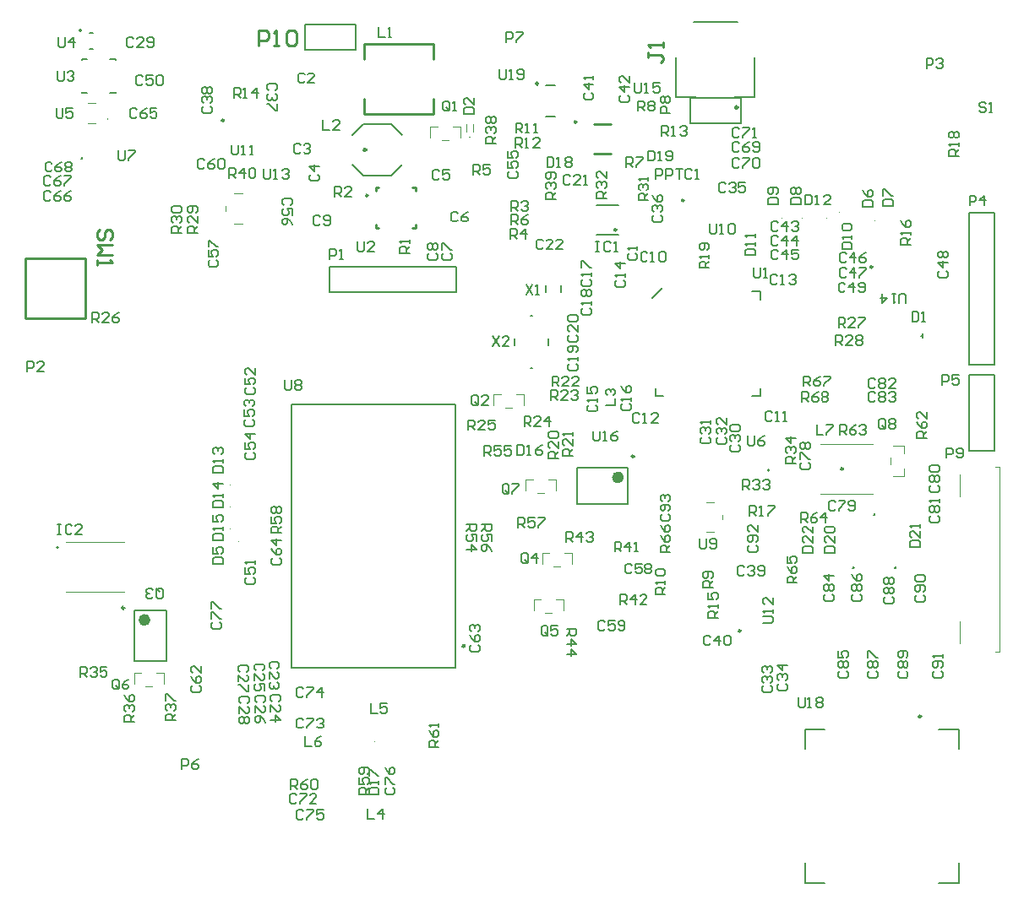
<source format=gbr>
%TF.GenerationSoftware,Altium Limited,Altium Designer,20.2.6 (244)*%
G04 Layer_Color=65535*
%FSLAX45Y45*%
%MOMM*%
%TF.SameCoordinates,65E78103-6D03-462D-AAE3-041F84C347C7*%
%TF.FilePolarity,Positive*%
%TF.FileFunction,Legend,Top*%
%TF.Part,Single*%
G01*
G75*
%TA.AperFunction,NonConductor*%
%ADD87C,0.25400*%
%ADD88C,0.25000*%
%ADD89C,0.60000*%
%ADD90C,0.20000*%
%ADD91C,0.40000*%
%ADD92C,0.10000*%
%ADD93C,0.30000*%
%ADD94C,0.15000*%
%ADD95C,0.12700*%
D87*
X665000Y7587500D02*
G03*
X665000Y7587500I-5000J0D01*
G01*
X3528000Y7209999D02*
G03*
X3528000Y7209999I-10000J0D01*
G01*
X9075247Y1987499D02*
G03*
X9075247Y1987499I-12747J0D01*
G01*
X8605001Y4010000D02*
G03*
X8605001Y4010000I-5000J0D01*
G01*
X2085000Y7965001D02*
G03*
X2085000Y7965001I-10000J0D01*
G01*
X6020000Y6868000D02*
G03*
X6020000Y6868000I-10000J0D01*
G01*
X6695000Y7165000D02*
G03*
X6695000Y7165000I-10000J0D01*
G01*
X8585000Y6495000D02*
G03*
X8585000Y6495000I-10000J0D01*
G01*
X5620000Y7950000D02*
G03*
X5620000Y7950000I-10000J0D01*
G01*
X7265000Y2844999D02*
G03*
X7265000Y2844999I-10000J0D01*
G01*
X8395001Y3480000D02*
G03*
X8395001Y3480000I-5000J0D01*
G01*
X8815001D02*
G03*
X8815001Y3480000I-5000J0D01*
G01*
X8290001Y4470000D02*
G03*
X8290001Y4470000I-10000J0D01*
G01*
X3978000Y7289999D02*
X4008000D01*
Y7259999D02*
Y7289999D01*
X3608000D02*
X3638000D01*
X3608000Y7259999D02*
Y7289999D01*
Y6889999D02*
Y6919999D01*
Y6889999D02*
X3638000D01*
X3978000D02*
X4008000D01*
Y6919999D01*
X3488000Y8029999D02*
Y8179999D01*
Y8580000D02*
Y8730000D01*
X4188000D01*
Y8580000D02*
Y8730000D01*
X3488000Y8029999D02*
X4188000D01*
Y8179999D01*
X700000Y5980000D02*
Y6580000D01*
X100000Y5980000D02*
X700000D01*
X100000D02*
Y6580000D01*
X700000D01*
X5795000Y7930000D02*
X5965000D01*
X5795000Y7630000D02*
X5967500D01*
X635401Y8865399D02*
Y8873730D01*
X643732D01*
Y8865399D01*
X635401D01*
X2429562Y8713825D02*
Y8866175D01*
X2505737D01*
X2531129Y8840783D01*
Y8790000D01*
X2505737Y8764608D01*
X2429562D01*
X2581913Y8713825D02*
X2632696D01*
X2607304D01*
Y8866175D01*
X2581913Y8840783D01*
X2708871D02*
X2734263Y8866175D01*
X2785047D01*
X2810439Y8840783D01*
Y8739216D01*
X2785047Y8713825D01*
X2734263D01*
X2708871Y8739216D01*
Y8840783D01*
X940783Y6766176D02*
X966175Y6791568D01*
Y6842351D01*
X940783Y6867743D01*
X915392D01*
X890000Y6842351D01*
Y6791568D01*
X864608Y6766176D01*
X839217D01*
X813825Y6791568D01*
Y6842351D01*
X839217Y6867743D01*
X966175Y6715392D02*
X813825D01*
X864608Y6664609D01*
X813825Y6613825D01*
X966175D01*
X813825Y6563041D02*
Y6512258D01*
Y6537650D01*
X966175D01*
X940783Y6563041D01*
X6338825Y8645000D02*
Y8594216D01*
Y8619608D01*
X6465783D01*
X6491175Y8594216D01*
Y8568825D01*
X6465783Y8543433D01*
X6491175Y8695784D02*
Y8746567D01*
Y8721176D01*
X6338825D01*
X6364216Y8695784D01*
D88*
X5237500Y8335000D02*
G03*
X5237500Y8335000I-12500J0D01*
G01*
X6197500Y4595000D02*
G03*
X6197500Y4595000I-12500J0D01*
G01*
X1090001Y3075500D02*
G03*
X1090001Y3075500I-12500J0D01*
G01*
D89*
X6065000Y4385000D02*
G03*
X6065000Y4385000I-30000J0D01*
G01*
X1320001Y2955000D02*
G03*
X1320001Y2955000I-30000J0D01*
G01*
D90*
X427906Y3680000D02*
G03*
X427906Y3680000I-7906J0D01*
G01*
X922501Y7975000D02*
G03*
X922501Y7975000I-2500J0D01*
G01*
X4550500Y7800000D02*
G03*
X4550500Y7800000I-2500J0D01*
G01*
X7555000Y4456250D02*
G03*
X7555000Y4456250I-10000J0D01*
G01*
X6759000Y7933000D02*
Y8187000D01*
X7267000D01*
Y7933000D02*
Y8187000D01*
X6759000Y7933000D02*
X7267000D01*
X6377499Y6182499D02*
X6477499Y6282499D01*
X7459999Y6170000D02*
Y6249999D01*
Y5200000D02*
Y5280000D01*
X7379999Y5200000D02*
X7459999D01*
X6409999D02*
X6489999D01*
X6409999D02*
Y5280000D01*
X7379999Y6249999D02*
X7459999D01*
X5315000Y8315000D02*
X5405000D01*
X5315000Y8005000D02*
X5405000D01*
X4415000Y6243000D02*
Y6497000D01*
X3145000Y6243000D02*
X4415000D01*
X3145000Y6497000D02*
X4415000D01*
X3145000Y6243000D02*
Y6497000D01*
X2903000Y8673000D02*
Y8927000D01*
X3411000D01*
Y8673000D02*
Y8927000D01*
X2903000Y8673000D02*
X3411000D01*
X5625000Y4115000D02*
Y4485000D01*
X6135000Y4115000D02*
Y4485000D01*
X5625000Y4115000D02*
X6135000D01*
X5625000Y4485000D02*
X6135000D01*
X1190001Y2545000D02*
Y3055000D01*
X1510001Y2545000D02*
Y3055000D01*
X1190001D02*
X1510001D01*
X1190001Y2545000D02*
X1510001D01*
X9553000Y5411000D02*
X9807000D01*
Y4649000D02*
Y5411000D01*
X9553000Y4649000D02*
X9807000D01*
X9553000D02*
Y5411000D01*
X5160000Y6010000D02*
X5180000D01*
X5160000Y5479999D02*
X5180000D01*
X5339999Y5710000D02*
Y5780000D01*
X5000000Y5710000D02*
Y5780000D01*
X5314999Y6240000D02*
Y6310000D01*
X5464999Y6240000D02*
Y6310000D01*
X9067500Y5805000D02*
X9087500D01*
Y5782500D02*
Y5827500D01*
X660000Y8570000D02*
Y8580000D01*
Y8240000D02*
Y8250000D01*
X1000000Y8570000D02*
Y8580000D01*
Y8240000D02*
Y8250000D01*
X660000Y8580000D02*
X719000D01*
X941000D02*
X1000000D01*
X660000Y8240000D02*
X719000D01*
X941000D02*
X1000000D01*
X740001Y8839999D02*
X770001D01*
X740001Y8679999D02*
X770001D01*
X3370000Y7820000D02*
X3480000Y7930000D01*
X3760000D01*
X3870000Y7820000D01*
X3760000Y7410000D02*
X3870000Y7520000D01*
X3480000Y7410000D02*
X3760000D01*
X3370000Y7520000D02*
X3480000Y7410000D01*
X5820000Y6818000D02*
X6040000D01*
X5820000Y7118000D02*
X6040000D01*
X9553000Y7037000D02*
X9807000D01*
X9553000Y5513000D02*
X9807000D01*
X9553000D02*
Y7037000D01*
X9807000Y5513000D02*
Y7037000D01*
D91*
X4490000Y2695000D02*
G03*
X4490000Y2695000I-5000J0D01*
G01*
D92*
X3600000Y1735000D02*
G03*
X3600000Y1735000I-5000J0D01*
G01*
X2240001Y3745000D02*
G03*
X2240001Y3745000I-5000J0D01*
G01*
X2150001Y3865001D02*
G03*
X2150001Y3865001I-5000J0D01*
G01*
Y4085000D02*
G03*
X2150001Y4085000I-5000J0D01*
G01*
Y4305001D02*
G03*
X2150001Y4305001I-5000J0D01*
G01*
X625000Y8580000D02*
G03*
X625000Y8580000I-5000J0D01*
G01*
X7300000Y6965000D02*
G03*
X7300000Y6965000I-5000J0D01*
G01*
X8130000Y6985001D02*
G03*
X8130000Y6985001I-5000J0D01*
G01*
X8260000Y7045000D02*
G03*
X8260000Y7045000I-5000J0D01*
G01*
X8610000Y6955001D02*
G03*
X8610000Y6955001I-5000J0D01*
G01*
X8800000D02*
G03*
X8800000Y6955001I-5000J0D01*
G01*
X7680000Y6985000D02*
G03*
X7680000Y6985000I-5000J0D01*
G01*
X7880000D02*
G03*
X7880000Y6985000I-5000J0D01*
G01*
X2107500Y7057475D02*
Y7102475D01*
X2190000Y7229975D02*
X2270000D01*
X2190000Y6929975D02*
X2270000D01*
X500000Y3740000D02*
X1090000D01*
X500000Y3240000D02*
X1090000D01*
X1485001Y2317474D02*
Y2427474D01*
X1300001Y2292474D02*
X1322501D01*
X1370001D01*
X1410001Y2427474D02*
X1485001D01*
X1185001Y2317474D02*
Y2427474D01*
X1260001D01*
X5110000Y4360000D02*
X5185000D01*
X5110000Y4250000D02*
Y4360000D01*
X5335000D02*
X5410000D01*
X5247500Y4225000D02*
X5295000D01*
X5225000D02*
X5247500D01*
X5410000Y4250000D02*
Y4360000D01*
X4789999Y5220000D02*
X4864999D01*
X4789999Y5110000D02*
Y5220000D01*
X5014999D02*
X5089999D01*
X4927499Y5085000D02*
X4974999D01*
X4904999D02*
X4927499D01*
X5089999Y5110000D02*
Y5220000D01*
X722501Y7940000D02*
X797501D01*
X722501Y8140000D02*
X797501D01*
X4153000Y7899999D02*
X4228000D01*
X4153000Y7789999D02*
Y7899999D01*
X4378000D02*
X4453000D01*
X4290500Y7764999D02*
X4338000D01*
X4268000D02*
X4290500D01*
X4453000Y7789999D02*
Y7899999D01*
X4515500Y7850000D02*
Y7930000D01*
X4580500Y7850000D02*
Y7930000D01*
X6920001Y4135000D02*
X7000001D01*
X6920001Y3835000D02*
X7000001D01*
X7082501Y3962500D02*
Y4007500D01*
X5489976Y3050026D02*
Y3160026D01*
X5304975Y3025026D02*
X5327476D01*
X5374976D01*
X5414975Y3160026D02*
X5489976D01*
X5189976Y3050026D02*
Y3160026D01*
X5264975D01*
X5575001Y3515001D02*
Y3625001D01*
X5390001Y3490001D02*
X5412501D01*
X5460001D01*
X5500001Y3625001D02*
X5575001D01*
X5275001Y3515001D02*
Y3625001D01*
X5350001D01*
X8060001Y4220000D02*
X8590001D01*
X8060001Y4720000D02*
X8340001D01*
X8590001D01*
X9860001Y2640000D02*
Y4490000D01*
X9820001D02*
X9860001D01*
X9460001Y4190000D02*
Y4410000D01*
Y2720000D02*
Y2940000D01*
X9820001Y2640000D02*
X9860001D01*
X8900001Y4625000D02*
Y4700000D01*
X8790001D02*
X8900001D01*
Y4400000D02*
Y4475000D01*
X8765001Y4515000D02*
Y4562500D01*
Y4585000D01*
X8790001Y4400000D02*
X8900001D01*
D93*
X7235000Y8095000D02*
G03*
X7235000Y8095000I-10000J0D01*
G01*
X3510000Y7670000D02*
G03*
X3510000Y7670000I-10000J0D01*
G01*
D94*
X7910000Y320000D02*
X8110000D01*
X7910000D02*
Y520000D01*
Y1660000D02*
Y1860000D01*
X8110000D01*
X9250000Y320000D02*
X9450000D01*
Y520000D01*
X9250000Y1860000D02*
X9450000D01*
Y1660000D02*
Y1860000D01*
X2765000Y2475000D02*
X4405000D01*
X2765000D02*
Y5115000D01*
X4405000D01*
Y2475000D02*
Y5115000D01*
X4845040Y8479984D02*
Y8396677D01*
X4861702Y8380016D01*
X4895024D01*
X4911685Y8396677D01*
Y8479984D01*
X4945008Y8380016D02*
X4978331D01*
X4961670D01*
Y8479984D01*
X4945008Y8463322D01*
X5028315Y8396677D02*
X5044976Y8380016D01*
X5078298D01*
X5094960Y8396677D01*
Y8463322D01*
X5078298Y8479984D01*
X5044976D01*
X5028315Y8463322D01*
Y8446661D01*
X5044976Y8430000D01*
X5094960D01*
X7841120Y2177808D02*
Y2094501D01*
X7857781Y2077840D01*
X7891104D01*
X7907765Y2094501D01*
Y2177808D01*
X7941088Y2077840D02*
X7974410D01*
X7957749D01*
Y2177808D01*
X7941088Y2161146D01*
X8024394D02*
X8041056Y2177808D01*
X8074378D01*
X8091039Y2161146D01*
Y2144485D01*
X8074378Y2127824D01*
X8091039Y2111162D01*
Y2094501D01*
X8074378Y2077840D01*
X8041056D01*
X8024394Y2094501D01*
Y2111162D01*
X8041056Y2127824D01*
X8024394Y2144485D01*
Y2161146D01*
X8041056Y2127824D02*
X8074378D01*
X8110017Y3626710D02*
X8209985D01*
Y3676694D01*
X8193323Y3693355D01*
X8126678D01*
X8110017Y3676694D01*
Y3626710D01*
X8209985Y3793323D02*
Y3726678D01*
X8143340Y3793323D01*
X8126678D01*
X8110017Y3776662D01*
Y3743339D01*
X8126678Y3726678D01*
Y3826646D02*
X8110017Y3843307D01*
Y3876630D01*
X8126678Y3893291D01*
X8193323D01*
X8209985Y3876630D01*
Y3843307D01*
X8193323Y3826646D01*
X8126678D01*
X6559984Y8036694D02*
X6460016D01*
Y8086678D01*
X6476677Y8103339D01*
X6510000D01*
X6526661Y8086678D01*
Y8036694D01*
X6476677Y8136662D02*
X6460016Y8153323D01*
Y8186646D01*
X6476677Y8203307D01*
X6493339D01*
X6510000Y8186646D01*
X6526661Y8203307D01*
X6543322D01*
X6559984Y8186646D01*
Y8153323D01*
X6543322Y8136662D01*
X6526661D01*
X6510000Y8153323D01*
X6493339Y8136662D01*
X6476677D01*
X6510000Y8153323D02*
Y8186646D01*
X8983355Y6049984D02*
Y5950016D01*
X9033339D01*
X9050000Y5966677D01*
Y6033322D01*
X9033339Y6049984D01*
X8983355D01*
X9083323Y5950016D02*
X9116645D01*
X9099984D01*
Y6049984D01*
X9083323Y6033322D01*
X406694Y8089984D02*
Y8006677D01*
X423356Y7990016D01*
X456678D01*
X473339Y8006677D01*
Y8089984D01*
X573307D02*
X506662D01*
Y8040000D01*
X539985Y8056661D01*
X556646D01*
X573307Y8040000D01*
Y8006677D01*
X556646Y7990016D01*
X523324D01*
X506662Y8006677D01*
X6559985Y3636710D02*
X6460017D01*
Y3686694D01*
X6476678Y3703355D01*
X6510001D01*
X6526662Y3686694D01*
Y3636710D01*
Y3670032D02*
X6559985Y3703355D01*
X6460017Y3803323D02*
X6476678Y3770000D01*
X6510001Y3736678D01*
X6543323D01*
X6559985Y3753339D01*
Y3786661D01*
X6543323Y3803323D01*
X6526662D01*
X6510001Y3786661D01*
Y3736678D01*
X6460017Y3903290D02*
X6476678Y3869968D01*
X6510001Y3836645D01*
X6543323D01*
X6559985Y3853307D01*
Y3886629D01*
X6543323Y3903290D01*
X6526662D01*
X6510001Y3886629D01*
Y3836645D01*
X416694Y8459984D02*
Y8376677D01*
X433355Y8360016D01*
X466678D01*
X483339Y8376677D01*
Y8459984D01*
X516661Y8443322D02*
X533323Y8459984D01*
X566645D01*
X583306Y8443322D01*
Y8426661D01*
X566645Y8410000D01*
X549984D01*
X566645D01*
X583306Y8393338D01*
Y8376677D01*
X566645Y8360016D01*
X533323D01*
X516661Y8376677D01*
X6335040Y7659984D02*
Y7560016D01*
X6385024D01*
X6401685Y7576677D01*
Y7643322D01*
X6385024Y7659984D01*
X6335040D01*
X6435008Y7560016D02*
X6468331D01*
X6451670D01*
Y7659984D01*
X6435008Y7643322D01*
X6518315Y7576677D02*
X6534976Y7560016D01*
X6568299D01*
X6584960Y7576677D01*
Y7643322D01*
X6568299Y7659984D01*
X6534976D01*
X6518315Y7643322D01*
Y7626661D01*
X6534976Y7610000D01*
X6584960D01*
X5325040Y7599984D02*
Y7500016D01*
X5375024D01*
X5391685Y7516677D01*
Y7583322D01*
X5375024Y7599984D01*
X5325040D01*
X5425008Y7500016D02*
X5458331D01*
X5441670D01*
Y7599984D01*
X5425008Y7583322D01*
X5508315D02*
X5524976Y7599984D01*
X5558299D01*
X5574960Y7583322D01*
Y7566661D01*
X5558299Y7550000D01*
X5574960Y7533339D01*
Y7516677D01*
X5558299Y7500016D01*
X5524976D01*
X5508315Y7516677D01*
Y7533339D01*
X5524976Y7550000D01*
X5508315Y7566661D01*
Y7583322D01*
X5524976Y7550000D02*
X5558299D01*
X5025040Y4709984D02*
Y4610016D01*
X5075024D01*
X5091686Y4626677D01*
Y4693322D01*
X5075024Y4709984D01*
X5025040D01*
X5125008Y4610016D02*
X5158331D01*
X5141670D01*
Y4709984D01*
X5125008Y4693322D01*
X5274960Y4709984D02*
X5241637Y4693322D01*
X5208315Y4660000D01*
Y4626677D01*
X5224976Y4610016D01*
X5258299D01*
X5274960Y4626677D01*
Y4643338D01*
X5258299Y4660000D01*
X5208315D01*
X4776693Y5799984D02*
X4843338Y5700016D01*
Y5799984D02*
X4776693Y5700016D01*
X4943306D02*
X4876661D01*
X4943306Y5766661D01*
Y5783322D01*
X4926645Y5799984D01*
X4893322D01*
X4876661Y5783322D01*
X5113355Y6319984D02*
X5180000Y6220016D01*
Y6319984D02*
X5113355Y6220016D01*
X5213322D02*
X5246645D01*
X5229984D01*
Y6319984D01*
X5213322Y6303322D01*
X5785040Y4849984D02*
Y4766677D01*
X5801702Y4750016D01*
X5835024D01*
X5851686Y4766677D01*
Y4849984D01*
X5885008Y4750016D02*
X5918331D01*
X5901670D01*
Y4849984D01*
X5885008Y4833322D01*
X6034960Y4849984D02*
X6001637Y4833322D01*
X5968315Y4800000D01*
Y4766677D01*
X5984976Y4750016D01*
X6018299D01*
X6034960Y4766677D01*
Y4783338D01*
X6018299Y4800000D01*
X5968315D01*
X6205040Y8339984D02*
Y8256677D01*
X6221702Y8240016D01*
X6255024D01*
X6271685Y8256677D01*
Y8339984D01*
X6305008Y8240016D02*
X6338331D01*
X6321670D01*
Y8339984D01*
X6305008Y8323322D01*
X6454960Y8339984D02*
X6388315D01*
Y8290000D01*
X6421637Y8306661D01*
X6438299D01*
X6454960Y8290000D01*
Y8256677D01*
X6438299Y8240016D01*
X6404976D01*
X6388315Y8256677D01*
X8914959Y6130016D02*
Y6213322D01*
X8898298Y6229983D01*
X8864975D01*
X8848314Y6213322D01*
Y6130016D01*
X8814991Y6229983D02*
X8781669D01*
X8798330D01*
Y6130016D01*
X8814991Y6146677D01*
X8681701Y6229983D02*
Y6130016D01*
X8731685Y6180000D01*
X8665040D01*
X2485040Y7479984D02*
Y7396678D01*
X2501702Y7380016D01*
X2535024D01*
X2551686Y7396678D01*
Y7479984D01*
X2585008Y7380016D02*
X2618331D01*
X2601670D01*
Y7479984D01*
X2585008Y7463323D01*
X2668315D02*
X2684976Y7479984D01*
X2718299D01*
X2734960Y7463323D01*
Y7446661D01*
X2718299Y7430000D01*
X2701637D01*
X2718299D01*
X2734960Y7413339D01*
Y7396678D01*
X2718299Y7380016D01*
X2684976D01*
X2668315Y7396678D01*
X7490016Y2925040D02*
X7573323D01*
X7589984Y2941701D01*
Y2975024D01*
X7573323Y2991685D01*
X7490016D01*
X7589984Y3025008D02*
Y3058330D01*
Y3041669D01*
X7490016D01*
X7506678Y3025008D01*
X7589984Y3174959D02*
Y3108314D01*
X7523339Y3174959D01*
X7506678D01*
X7490016Y3158298D01*
Y3124975D01*
X7506678Y3108314D01*
X2161702Y7719984D02*
Y7636678D01*
X2178363Y7620016D01*
X2211686D01*
X2228347Y7636678D01*
Y7719984D01*
X2261670Y7620016D02*
X2294992D01*
X2278331D01*
Y7719984D01*
X2261670Y7703323D01*
X2344976Y7620016D02*
X2378299D01*
X2361638D01*
Y7719984D01*
X2344976Y7703323D01*
X6955040Y6929984D02*
Y6846677D01*
X6971702Y6830016D01*
X7005024D01*
X7021685Y6846677D01*
Y6929984D01*
X7055008Y6830016D02*
X7088331D01*
X7071670D01*
Y6929984D01*
X7055008Y6913322D01*
X7138315D02*
X7154976Y6929984D01*
X7188299D01*
X7204960Y6913322D01*
Y6846677D01*
X7188299Y6830016D01*
X7154976D01*
X7138315Y6846677D01*
Y6913322D01*
X6856693Y3769984D02*
Y3686677D01*
X6873355Y3670016D01*
X6906677D01*
X6923338Y3686677D01*
Y3769984D01*
X6956661Y3686677D02*
X6973323Y3670016D01*
X7006645D01*
X7023306Y3686677D01*
Y3753322D01*
X7006645Y3769984D01*
X6973323D01*
X6956661Y3753322D01*
Y3736661D01*
X6973323Y3720000D01*
X7023306D01*
X2698025Y5362768D02*
Y5279461D01*
X2714686Y5262800D01*
X2748008D01*
X2764670Y5279461D01*
Y5362768D01*
X2797992Y5346106D02*
X2814654Y5362768D01*
X2847976D01*
X2864637Y5346106D01*
Y5329445D01*
X2847976Y5312784D01*
X2864637Y5296122D01*
Y5279461D01*
X2847976Y5262800D01*
X2814654D01*
X2797992Y5279461D01*
Y5296122D01*
X2814654Y5312784D01*
X2797992Y5329445D01*
Y5346106D01*
X2814654Y5312784D02*
X2847976D01*
X1026694Y7667584D02*
Y7584277D01*
X1043355Y7567616D01*
X1076678D01*
X1093339Y7584277D01*
Y7667584D01*
X1126661D02*
X1193306D01*
Y7650922D01*
X1126661Y7584277D01*
Y7567616D01*
X7336693Y4799984D02*
Y4716677D01*
X7353355Y4700016D01*
X7386677D01*
X7403339Y4716677D01*
Y4799984D01*
X7503306D02*
X7469984Y4783322D01*
X7436661Y4750000D01*
Y4716677D01*
X7453323Y4700016D01*
X7486645D01*
X7503306Y4716677D01*
Y4733339D01*
X7486645Y4750000D01*
X7436661D01*
X426695Y8799984D02*
Y8716677D01*
X443356Y8700016D01*
X476678D01*
X493340Y8716677D01*
Y8799984D01*
X576646Y8700016D02*
Y8799984D01*
X526662Y8750000D01*
X593307D01*
X3424694Y6749983D02*
Y6666677D01*
X3441355Y6650016D01*
X3474678D01*
X3491339Y6666677D01*
Y6749983D01*
X3591307Y6650016D02*
X3524661D01*
X3591307Y6716661D01*
Y6733322D01*
X3574645Y6749983D01*
X3541323D01*
X3524661Y6733322D01*
X7393354Y6489983D02*
Y6406677D01*
X7410016Y6390016D01*
X7443338D01*
X7459999Y6406677D01*
Y6489983D01*
X7493322Y6390016D02*
X7526645D01*
X7509983D01*
Y6489983D01*
X7493322Y6473322D01*
X9720000Y8133322D02*
X9703339Y8149984D01*
X9670016D01*
X9653355Y8133322D01*
Y8116661D01*
X9670016Y8100000D01*
X9703339D01*
X9720000Y8083338D01*
Y8066677D01*
X9703339Y8050016D01*
X9670016D01*
X9653355Y8066677D01*
X9753323Y8050016D02*
X9786645D01*
X9769984D01*
Y8149984D01*
X9753323Y8133322D01*
X7876710Y5140016D02*
Y5239984D01*
X7926694D01*
X7943355Y5223323D01*
Y5190000D01*
X7926694Y5173339D01*
X7876710D01*
X7910032D02*
X7943355Y5140016D01*
X8043322Y5239984D02*
X8010000Y5223323D01*
X7976677Y5190000D01*
Y5156678D01*
X7993339Y5140016D01*
X8026661D01*
X8043322Y5156678D01*
Y5173339D01*
X8026661Y5190000D01*
X7976677D01*
X8076645Y5223323D02*
X8093307Y5239984D01*
X8126629D01*
X8143290Y5223323D01*
Y5206661D01*
X8126629Y5190000D01*
X8143290Y5173339D01*
Y5156678D01*
X8126629Y5140016D01*
X8093307D01*
X8076645Y5156678D01*
Y5173339D01*
X8093307Y5190000D01*
X8076645Y5206661D01*
Y5223323D01*
X8093307Y5190000D02*
X8126629D01*
X7896710Y5300016D02*
Y5399984D01*
X7946694D01*
X7963355Y5383322D01*
Y5350000D01*
X7946694Y5333339D01*
X7896710D01*
X7930032D02*
X7963355Y5300016D01*
X8063322Y5399984D02*
X8030000Y5383322D01*
X7996677Y5350000D01*
Y5316677D01*
X8013339Y5300016D01*
X8046661D01*
X8063322Y5316677D01*
Y5333339D01*
X8046661Y5350000D01*
X7996677D01*
X8096645Y5399984D02*
X8163290D01*
Y5383322D01*
X8096645Y5316677D01*
Y5300016D01*
X7829983Y3326710D02*
X7730016D01*
Y3376694D01*
X7746677Y3393355D01*
X7779999D01*
X7796661Y3376694D01*
Y3326710D01*
Y3360032D02*
X7829983Y3393355D01*
X7730016Y3493322D02*
X7746677Y3460000D01*
X7779999Y3426677D01*
X7813322D01*
X7829983Y3443339D01*
Y3476661D01*
X7813322Y3493322D01*
X7796661D01*
X7779999Y3476661D01*
Y3426677D01*
X7730016Y3593290D02*
Y3526645D01*
X7779999D01*
X7763338Y3559968D01*
Y3576629D01*
X7779999Y3593290D01*
X7813322D01*
X7829983Y3576629D01*
Y3543307D01*
X7813322Y3526645D01*
X7866710Y3930016D02*
Y4029984D01*
X7916694D01*
X7933355Y4013322D01*
Y3980000D01*
X7916694Y3963339D01*
X7866710D01*
X7900032D02*
X7933355Y3930016D01*
X8033323Y4029984D02*
X8000000Y4013322D01*
X7966677Y3980000D01*
Y3946677D01*
X7983339Y3930016D01*
X8016661D01*
X8033323Y3946677D01*
Y3963339D01*
X8016661Y3980000D01*
X7966677D01*
X8116629Y3930016D02*
Y4029984D01*
X8066645Y3980000D01*
X8133290D01*
X8256710Y4810017D02*
Y4909984D01*
X8306694D01*
X8323355Y4893323D01*
Y4860000D01*
X8306694Y4843339D01*
X8256710D01*
X8290033D02*
X8323355Y4810017D01*
X8423323Y4909984D02*
X8390001Y4893323D01*
X8356678Y4860000D01*
Y4826678D01*
X8373340Y4810017D01*
X8406662D01*
X8423323Y4826678D01*
Y4843339D01*
X8406662Y4860000D01*
X8356678D01*
X8456646Y4893323D02*
X8473307Y4909984D01*
X8506630D01*
X8523291Y4893323D01*
Y4876662D01*
X8506630Y4860000D01*
X8489969D01*
X8506630D01*
X8523291Y4843339D01*
Y4826678D01*
X8506630Y4810017D01*
X8473307D01*
X8456646Y4826678D01*
X9129984Y4776710D02*
X9030016D01*
Y4826694D01*
X9046677Y4843355D01*
X9080000D01*
X9096661Y4826694D01*
Y4776710D01*
Y4810033D02*
X9129984Y4843355D01*
X9030016Y4943323D02*
X9046677Y4910000D01*
X9080000Y4876678D01*
X9113322D01*
X9129984Y4893339D01*
Y4926662D01*
X9113322Y4943323D01*
X9096661D01*
X9080000Y4926662D01*
Y4876678D01*
X9129984Y5043291D02*
Y4976646D01*
X9063339Y5043291D01*
X9046677D01*
X9030016Y5026630D01*
Y4993307D01*
X9046677Y4976646D01*
X4239984Y1683371D02*
X4140016D01*
Y1733355D01*
X4156677Y1750016D01*
X4190000D01*
X4206661Y1733355D01*
Y1683371D01*
Y1716694D02*
X4239984Y1750016D01*
X4140016Y1849984D02*
X4156677Y1816661D01*
X4190000Y1783339D01*
X4223323D01*
X4239984Y1800000D01*
Y1833323D01*
X4223323Y1849984D01*
X4206661D01*
X4190000Y1833323D01*
Y1783339D01*
X4239984Y1883307D02*
Y1916629D01*
Y1899968D01*
X4140016D01*
X4156677Y1883307D01*
X2756709Y1260016D02*
Y1359984D01*
X2806693D01*
X2823355Y1343322D01*
Y1310000D01*
X2806693Y1293339D01*
X2756709D01*
X2790032D02*
X2823355Y1260016D01*
X2923322Y1359984D02*
X2890000Y1343322D01*
X2856677Y1310000D01*
Y1276677D01*
X2873339Y1260016D01*
X2906661D01*
X2923322Y1276677D01*
Y1293339D01*
X2906661Y1310000D01*
X2856677D01*
X2956645Y1343322D02*
X2973306Y1359984D01*
X3006629D01*
X3023290Y1343322D01*
Y1276677D01*
X3006629Y1260016D01*
X2973306D01*
X2956645Y1276677D01*
Y1343322D01*
X3539984Y1206710D02*
X3440016D01*
Y1256694D01*
X3456677Y1273355D01*
X3490000D01*
X3506661Y1256694D01*
Y1206710D01*
Y1240033D02*
X3539984Y1273355D01*
X3440016Y1373323D02*
Y1306678D01*
X3490000D01*
X3473339Y1340000D01*
Y1356662D01*
X3490000Y1373323D01*
X3523322D01*
X3539984Y1356662D01*
Y1323339D01*
X3523322Y1306678D01*
Y1406646D02*
X3539984Y1423307D01*
Y1456630D01*
X3523322Y1473291D01*
X3456677D01*
X3440016Y1456630D01*
Y1423307D01*
X3456677Y1406646D01*
X3473339D01*
X3490000Y1423307D01*
Y1473291D01*
X2659984Y3826710D02*
X2560016D01*
Y3876694D01*
X2576677Y3893355D01*
X2610000D01*
X2626661Y3876694D01*
Y3826710D01*
Y3860032D02*
X2659984Y3893355D01*
X2560016Y3993322D02*
Y3926677D01*
X2610000D01*
X2593338Y3960000D01*
Y3976661D01*
X2610000Y3993322D01*
X2643322D01*
X2659984Y3976661D01*
Y3943339D01*
X2643322Y3926677D01*
X2576677Y4026645D02*
X2560016Y4043307D01*
Y4076629D01*
X2576677Y4093290D01*
X2593338D01*
X2610000Y4076629D01*
X2626661Y4093290D01*
X2643322D01*
X2659984Y4076629D01*
Y4043307D01*
X2643322Y4026645D01*
X2626661D01*
X2610000Y4043307D01*
X2593338Y4026645D01*
X2576677D01*
X2610000Y4043307D02*
Y4076629D01*
X5036710Y3880016D02*
Y3979984D01*
X5086694D01*
X5103355Y3963323D01*
Y3930000D01*
X5086694Y3913339D01*
X5036710D01*
X5070032D02*
X5103355Y3880016D01*
X5203323Y3979984D02*
X5136678D01*
Y3930000D01*
X5170000Y3946661D01*
X5186661D01*
X5203323Y3930000D01*
Y3896677D01*
X5186661Y3880016D01*
X5153339D01*
X5136678Y3896677D01*
X5236645Y3979984D02*
X5303290D01*
Y3963323D01*
X5236645Y3896677D01*
Y3880016D01*
X4670017Y3913290D02*
X4769984D01*
Y3863306D01*
X4753323Y3846645D01*
X4720000D01*
X4703339Y3863306D01*
Y3913290D01*
Y3879968D02*
X4670017Y3846645D01*
X4769984Y3746678D02*
Y3813323D01*
X4720000D01*
X4736662Y3780000D01*
Y3763339D01*
X4720000Y3746678D01*
X4686678D01*
X4670017Y3763339D01*
Y3796661D01*
X4686678Y3813323D01*
X4769984Y3646710D02*
X4753323Y3680032D01*
X4720000Y3713355D01*
X4686678D01*
X4670017Y3696693D01*
Y3663371D01*
X4686678Y3646710D01*
X4703339D01*
X4720000Y3663371D01*
Y3713355D01*
X4696710Y4600016D02*
Y4699984D01*
X4746694D01*
X4763355Y4683322D01*
Y4650000D01*
X4746694Y4633338D01*
X4696710D01*
X4730032D02*
X4763355Y4600016D01*
X4863323Y4699984D02*
X4796677D01*
Y4650000D01*
X4830000Y4666661D01*
X4846661D01*
X4863323Y4650000D01*
Y4616677D01*
X4846661Y4600016D01*
X4813339D01*
X4796677Y4616677D01*
X4963290Y4699984D02*
X4896645D01*
Y4650000D01*
X4929968Y4666661D01*
X4946629D01*
X4963290Y4650000D01*
Y4616677D01*
X4946629Y4600016D01*
X4913307D01*
X4896645Y4616677D01*
X4520017Y3913290D02*
X4619985D01*
Y3863306D01*
X4603323Y3846645D01*
X4570001D01*
X4553339Y3863306D01*
Y3913290D01*
Y3879968D02*
X4520017Y3846645D01*
X4619985Y3746677D02*
Y3813322D01*
X4570001D01*
X4586662Y3780000D01*
Y3763338D01*
X4570001Y3746677D01*
X4536678D01*
X4520017Y3763338D01*
Y3796661D01*
X4536678Y3813322D01*
X4520017Y3663371D02*
X4619985D01*
X4570001Y3713355D01*
Y3646709D01*
X5520016Y2863290D02*
X5619984D01*
Y2813306D01*
X5603322Y2796645D01*
X5570000D01*
X5553338Y2813306D01*
Y2863290D01*
Y2829967D02*
X5520016Y2796645D01*
Y2713338D02*
X5619984D01*
X5570000Y2763322D01*
Y2696677D01*
X5520016Y2613370D02*
X5619984D01*
X5570000Y2663354D01*
Y2596709D01*
X5516710Y3740016D02*
Y3839984D01*
X5566693D01*
X5583355Y3823322D01*
Y3790000D01*
X5566693Y3773338D01*
X5516710D01*
X5550032D02*
X5583355Y3740016D01*
X5666661D02*
Y3839984D01*
X5616677Y3790000D01*
X5683322D01*
X5716645Y3823322D02*
X5733307Y3839984D01*
X5766629D01*
X5783290Y3823322D01*
Y3806661D01*
X5766629Y3790000D01*
X5749968D01*
X5766629D01*
X5783290Y3773338D01*
Y3756677D01*
X5766629Y3740016D01*
X5733307D01*
X5716645Y3756677D01*
X6056710Y3110016D02*
Y3209984D01*
X6106694D01*
X6123355Y3193323D01*
Y3160000D01*
X6106694Y3143339D01*
X6056710D01*
X6090032D02*
X6123355Y3110016D01*
X6206661D02*
Y3209984D01*
X6156678Y3160000D01*
X6223323D01*
X6323290Y3110016D02*
X6256645D01*
X6323290Y3176661D01*
Y3193323D01*
X6306629Y3209984D01*
X6273307D01*
X6256645Y3193323D01*
X6003371Y3640016D02*
Y3739984D01*
X6053355D01*
X6070016Y3723322D01*
Y3690000D01*
X6053355Y3673339D01*
X6003371D01*
X6036694D02*
X6070016Y3640016D01*
X6153323D02*
Y3739984D01*
X6103339Y3690000D01*
X6169984D01*
X6203307Y3640016D02*
X6236629D01*
X6219968D01*
Y3739984D01*
X6203307Y3723322D01*
X2136710Y7390016D02*
Y7489984D01*
X2186694D01*
X2203355Y7473323D01*
Y7440000D01*
X2186694Y7423339D01*
X2136710D01*
X2170032D02*
X2203355Y7390016D01*
X2286661D02*
Y7489984D01*
X2236678Y7440000D01*
X2303323D01*
X2336645Y7473323D02*
X2353307Y7489984D01*
X2386629D01*
X2403290Y7473323D01*
Y7406678D01*
X2386629Y7390016D01*
X2353307D01*
X2336645Y7406678D01*
Y7473323D01*
X5409984Y7176710D02*
X5310016D01*
Y7226694D01*
X5326677Y7243355D01*
X5360000D01*
X5376661Y7226694D01*
Y7176710D01*
Y7210032D02*
X5409984Y7243355D01*
X5326677Y7276678D02*
X5310016Y7293339D01*
Y7326661D01*
X5326677Y7343323D01*
X5343339D01*
X5360000Y7326661D01*
Y7310000D01*
Y7326661D01*
X5376661Y7343323D01*
X5393322D01*
X5409984Y7326661D01*
Y7293339D01*
X5393322Y7276678D01*
Y7376645D02*
X5409984Y7393307D01*
Y7426629D01*
X5393322Y7443290D01*
X5326677D01*
X5310016Y7426629D01*
Y7393307D01*
X5326677Y7376645D01*
X5343339D01*
X5360000Y7393307D01*
Y7443290D01*
X4809984Y7736710D02*
X4710016D01*
Y7786694D01*
X4726677Y7803355D01*
X4760000D01*
X4776661Y7786694D01*
Y7736710D01*
Y7770033D02*
X4809984Y7803355D01*
X4726677Y7836678D02*
X4710016Y7853339D01*
Y7886662D01*
X4726677Y7903323D01*
X4743339D01*
X4760000Y7886662D01*
Y7870001D01*
Y7886662D01*
X4776661Y7903323D01*
X4793322D01*
X4809984Y7886662D01*
Y7853339D01*
X4793322Y7836678D01*
X4726677Y7936646D02*
X4710016Y7953307D01*
Y7986630D01*
X4726677Y8003291D01*
X4743339D01*
X4760000Y7986630D01*
X4776661Y8003291D01*
X4793322D01*
X4809984Y7986630D01*
Y7953307D01*
X4793322Y7936646D01*
X4776661D01*
X4760000Y7953307D01*
X4743339Y7936646D01*
X4726677D01*
X4760000Y7953307D02*
Y7986630D01*
X1599985Y1946709D02*
X1500017D01*
Y1996693D01*
X1516678Y2013354D01*
X1550001D01*
X1566662Y1996693D01*
Y1946709D01*
Y1980032D02*
X1599985Y2013354D01*
X1516678Y2046677D02*
X1500017Y2063339D01*
Y2096661D01*
X1516678Y2113322D01*
X1533340D01*
X1550001Y2096661D01*
Y2080000D01*
Y2096661D01*
X1566662Y2113322D01*
X1583323D01*
X1599985Y2096661D01*
Y2063339D01*
X1583323Y2046677D01*
X1500017Y2146645D02*
Y2213290D01*
X1516678D01*
X1583323Y2146645D01*
X1599985D01*
X1189985Y1936710D02*
X1090017D01*
Y1986694D01*
X1106679Y2003355D01*
X1140001D01*
X1156662Y1986694D01*
Y1936710D01*
Y1970032D02*
X1189985Y2003355D01*
X1106679Y2036677D02*
X1090017Y2053339D01*
Y2086661D01*
X1106679Y2103322D01*
X1123340D01*
X1140001Y2086661D01*
Y2070000D01*
Y2086661D01*
X1156662Y2103322D01*
X1173324D01*
X1189985Y2086661D01*
Y2053339D01*
X1173324Y2036677D01*
X1090017Y2203290D02*
X1106679Y2169968D01*
X1140001Y2136645D01*
X1173324D01*
X1189985Y2153307D01*
Y2186629D01*
X1173324Y2203290D01*
X1156662D01*
X1140001Y2186629D01*
Y2136645D01*
X646711Y2380016D02*
Y2479984D01*
X696695D01*
X713356Y2463322D01*
Y2430000D01*
X696695Y2413338D01*
X646711D01*
X680033D02*
X713356Y2380016D01*
X746678Y2463322D02*
X763340Y2479984D01*
X796662D01*
X813323Y2463322D01*
Y2446661D01*
X796662Y2430000D01*
X780001D01*
X796662D01*
X813323Y2413338D01*
Y2396677D01*
X796662Y2380016D01*
X763340D01*
X746678Y2396677D01*
X913291Y2479984D02*
X846646D01*
Y2430000D01*
X879969Y2446661D01*
X896630D01*
X913291Y2430000D01*
Y2396677D01*
X896630Y2380016D01*
X863308D01*
X846646Y2396677D01*
X7819983Y4526710D02*
X7720016D01*
Y4576694D01*
X7736677Y4593355D01*
X7769999D01*
X7786661Y4576694D01*
Y4526710D01*
Y4560032D02*
X7819983Y4593355D01*
X7736677Y4626678D02*
X7720016Y4643339D01*
Y4676661D01*
X7736677Y4693323D01*
X7753338D01*
X7769999Y4676661D01*
Y4660000D01*
Y4676661D01*
X7786661Y4693323D01*
X7803322D01*
X7819983Y4676661D01*
Y4643339D01*
X7803322Y4626678D01*
X7819983Y4776629D02*
X7720016D01*
X7769999Y4726645D01*
Y4793290D01*
X7286710Y4260016D02*
Y4359984D01*
X7336693D01*
X7353355Y4343323D01*
Y4310000D01*
X7336693Y4293339D01*
X7286710D01*
X7320032D02*
X7353355Y4260016D01*
X7386677Y4343323D02*
X7403339Y4359984D01*
X7436661D01*
X7453322Y4343323D01*
Y4326661D01*
X7436661Y4310000D01*
X7420000D01*
X7436661D01*
X7453322Y4293339D01*
Y4276678D01*
X7436661Y4260016D01*
X7403339D01*
X7386677Y4276678D01*
X7486645Y4343323D02*
X7503307Y4359984D01*
X7536629D01*
X7553290Y4343323D01*
Y4326661D01*
X7536629Y4310000D01*
X7519968D01*
X7536629D01*
X7553290Y4293339D01*
Y4276678D01*
X7536629Y4260016D01*
X7503307D01*
X7486645Y4276678D01*
X5919984Y7186710D02*
X5820016D01*
Y7236694D01*
X5836677Y7253355D01*
X5870000D01*
X5886661Y7236694D01*
Y7186710D01*
Y7220032D02*
X5919984Y7253355D01*
X5836677Y7286678D02*
X5820016Y7303339D01*
Y7336661D01*
X5836677Y7353323D01*
X5853339D01*
X5870000Y7336661D01*
Y7320000D01*
Y7336661D01*
X5886661Y7353323D01*
X5903322D01*
X5919984Y7336661D01*
Y7303339D01*
X5903322Y7286678D01*
X5919984Y7453290D02*
Y7386645D01*
X5853339Y7453290D01*
X5836677D01*
X5820016Y7436629D01*
Y7403307D01*
X5836677Y7386645D01*
X6339984Y7163371D02*
X6240016D01*
Y7213355D01*
X6256678Y7230016D01*
X6290000D01*
X6306662Y7213355D01*
Y7163371D01*
Y7196694D02*
X6339984Y7230016D01*
X6256678Y7263339D02*
X6240016Y7280000D01*
Y7313323D01*
X6256678Y7329984D01*
X6273339D01*
X6290000Y7313323D01*
Y7296661D01*
Y7313323D01*
X6306662Y7329984D01*
X6323323D01*
X6339984Y7313323D01*
Y7280000D01*
X6323323Y7263339D01*
X6339984Y7363307D02*
Y7396629D01*
Y7379968D01*
X6240016D01*
X6256678Y7363307D01*
X1659983Y6836709D02*
X1560016D01*
Y6886693D01*
X1576677Y6903354D01*
X1610000D01*
X1626661Y6886693D01*
Y6836709D01*
Y6870032D02*
X1659983Y6903354D01*
X1576677Y6936677D02*
X1560016Y6953338D01*
Y6986661D01*
X1576677Y7003322D01*
X1593338D01*
X1610000Y6986661D01*
Y6970000D01*
Y6986661D01*
X1626661Y7003322D01*
X1643322D01*
X1659983Y6986661D01*
Y6953338D01*
X1643322Y6936677D01*
X1576677Y7036645D02*
X1560016Y7053306D01*
Y7086629D01*
X1576677Y7103290D01*
X1643322D01*
X1659983Y7086629D01*
Y7053306D01*
X1643322Y7036645D01*
X1576677D01*
X1819984Y6836709D02*
X1720016D01*
Y6886693D01*
X1736677Y6903354D01*
X1770000D01*
X1786661Y6886693D01*
Y6836709D01*
Y6870032D02*
X1819984Y6903354D01*
Y7003322D02*
Y6936677D01*
X1753339Y7003322D01*
X1736677D01*
X1720016Y6986661D01*
Y6953339D01*
X1736677Y6936677D01*
X1803322Y7036645D02*
X1819984Y7053306D01*
Y7086629D01*
X1803322Y7103290D01*
X1736677D01*
X1720016Y7086629D01*
Y7053306D01*
X1736677Y7036645D01*
X1753339D01*
X1770000Y7053306D01*
Y7103290D01*
X8216709Y5710016D02*
Y5809984D01*
X8266693D01*
X8283355Y5793322D01*
Y5760000D01*
X8266693Y5743338D01*
X8216709D01*
X8250032D02*
X8283355Y5710016D01*
X8383322D02*
X8316677D01*
X8383322Y5776661D01*
Y5793322D01*
X8366661Y5809984D01*
X8333339D01*
X8316677Y5793322D01*
X8416645D02*
X8433306Y5809984D01*
X8466629D01*
X8483290Y5793322D01*
Y5776661D01*
X8466629Y5760000D01*
X8483290Y5743338D01*
Y5726677D01*
X8466629Y5710016D01*
X8433306D01*
X8416645Y5726677D01*
Y5743338D01*
X8433306Y5760000D01*
X8416645Y5776661D01*
Y5793322D01*
X8433306Y5760000D02*
X8466629D01*
X8246709Y5890016D02*
Y5989984D01*
X8296693D01*
X8313354Y5973322D01*
Y5940000D01*
X8296693Y5923338D01*
X8246709D01*
X8280032D02*
X8313354Y5890016D01*
X8413322D02*
X8346677D01*
X8413322Y5956661D01*
Y5973322D01*
X8396661Y5989984D01*
X8363339D01*
X8346677Y5973322D01*
X8446645Y5989984D02*
X8513290D01*
Y5973322D01*
X8446645Y5906677D01*
Y5890016D01*
X766710Y5940016D02*
Y6039984D01*
X816694D01*
X833355Y6023322D01*
Y5990000D01*
X816694Y5973339D01*
X766710D01*
X800032D02*
X833355Y5940016D01*
X933323D02*
X866678D01*
X933323Y6006661D01*
Y6023322D01*
X916662Y6039984D01*
X883339D01*
X866678Y6023322D01*
X1033291Y6039984D02*
X999968Y6023322D01*
X966646Y5990000D01*
Y5956677D01*
X983307Y5940016D01*
X1016629D01*
X1033291Y5956677D01*
Y5973339D01*
X1016629Y5990000D01*
X966646D01*
X4536710Y4860016D02*
Y4959983D01*
X4586694D01*
X4603355Y4943322D01*
Y4910000D01*
X4586694Y4893338D01*
X4536710D01*
X4570032D02*
X4603355Y4860016D01*
X4703323D02*
X4636678D01*
X4703323Y4926661D01*
Y4943322D01*
X4686661Y4959983D01*
X4653339D01*
X4636678Y4943322D01*
X4803290Y4959983D02*
X4736645D01*
Y4910000D01*
X4769968Y4926661D01*
X4786629D01*
X4803290Y4910000D01*
Y4876677D01*
X4786629Y4860016D01*
X4753307D01*
X4736645Y4876677D01*
X5096709Y4900016D02*
Y4999984D01*
X5146693D01*
X5163354Y4983322D01*
Y4950000D01*
X5146693Y4933338D01*
X5096709D01*
X5130032D02*
X5163354Y4900016D01*
X5263322D02*
X5196677D01*
X5263322Y4966661D01*
Y4983322D01*
X5246661Y4999984D01*
X5213338D01*
X5196677Y4983322D01*
X5346629Y4900016D02*
Y4999984D01*
X5296645Y4950000D01*
X5363290D01*
X5366709Y5160016D02*
Y5259984D01*
X5416693D01*
X5433354Y5243322D01*
Y5210000D01*
X5416693Y5193338D01*
X5366709D01*
X5400032D02*
X5433354Y5160016D01*
X5533322D02*
X5466677D01*
X5533322Y5226661D01*
Y5243322D01*
X5516661Y5259984D01*
X5483338D01*
X5466677Y5243322D01*
X5566645D02*
X5583306Y5259984D01*
X5616629D01*
X5633290Y5243322D01*
Y5226661D01*
X5616629Y5210000D01*
X5599967D01*
X5616629D01*
X5633290Y5193338D01*
Y5176677D01*
X5616629Y5160016D01*
X5583306D01*
X5566645Y5176677D01*
X5376709Y5300016D02*
Y5399984D01*
X5426693D01*
X5443354Y5383322D01*
Y5350000D01*
X5426693Y5333338D01*
X5376709D01*
X5410032D02*
X5443354Y5300016D01*
X5543322D02*
X5476677D01*
X5543322Y5366661D01*
Y5383322D01*
X5526661Y5399984D01*
X5493338D01*
X5476677Y5383322D01*
X5643290Y5300016D02*
X5576645D01*
X5643290Y5366661D01*
Y5383322D01*
X5626629Y5399984D01*
X5593306D01*
X5576645Y5383322D01*
X5579984Y4603371D02*
X5480016D01*
Y4653355D01*
X5496677Y4670016D01*
X5530000D01*
X5546661Y4653355D01*
Y4603371D01*
Y4636693D02*
X5579984Y4670016D01*
Y4769984D02*
Y4703339D01*
X5513339Y4769984D01*
X5496677D01*
X5480016Y4753322D01*
Y4720000D01*
X5496677Y4703339D01*
X5579984Y4803306D02*
Y4836629D01*
Y4819968D01*
X5480016D01*
X5496677Y4803306D01*
X5439984Y4576710D02*
X5340016D01*
Y4626694D01*
X5356677Y4643355D01*
X5390000D01*
X5406661Y4626694D01*
Y4576710D01*
Y4610032D02*
X5439984Y4643355D01*
Y4743323D02*
Y4676678D01*
X5373339Y4743323D01*
X5356677D01*
X5340016Y4726662D01*
Y4693339D01*
X5356677Y4676678D01*
Y4776646D02*
X5340016Y4793307D01*
Y4826629D01*
X5356677Y4843291D01*
X5423322D01*
X5439984Y4826629D01*
Y4793307D01*
X5423322Y4776646D01*
X5356677D01*
X6949984Y6485040D02*
X6850016D01*
Y6535024D01*
X6866677Y6551685D01*
X6900000D01*
X6916661Y6535024D01*
Y6485040D01*
Y6518363D02*
X6949984Y6551685D01*
Y6585008D02*
Y6618331D01*
Y6601670D01*
X6850016D01*
X6866677Y6585008D01*
X6933322Y6668315D02*
X6949984Y6684976D01*
Y6718298D01*
X6933322Y6734960D01*
X6866677D01*
X6850016Y6718298D01*
Y6684976D01*
X6866677Y6668315D01*
X6883339D01*
X6900000Y6684976D01*
Y6734960D01*
X9449984Y7605040D02*
X9350016D01*
Y7655024D01*
X9366677Y7671685D01*
X9400000D01*
X9416661Y7655024D01*
Y7605040D01*
Y7638363D02*
X9449984Y7671685D01*
Y7705008D02*
Y7738330D01*
Y7721669D01*
X9350016D01*
X9366677Y7705008D01*
Y7788314D02*
X9350016Y7804976D01*
Y7838298D01*
X9366677Y7854959D01*
X9383339D01*
X9400000Y7838298D01*
X9416661Y7854959D01*
X9433323D01*
X9449984Y7838298D01*
Y7804976D01*
X9433323Y7788314D01*
X9416661D01*
X9400000Y7804976D01*
X9383339Y7788314D01*
X9366677D01*
X9400000Y7804976D02*
Y7838298D01*
X7355040Y4000016D02*
Y4099984D01*
X7405024D01*
X7421685Y4083323D01*
Y4050000D01*
X7405024Y4033339D01*
X7355040D01*
X7388363D02*
X7421685Y4000016D01*
X7455008D02*
X7488331D01*
X7471670D01*
Y4099984D01*
X7455008Y4083323D01*
X7538315Y4099984D02*
X7604960D01*
Y4083323D01*
X7538315Y4016678D01*
Y4000016D01*
X8969984Y6715040D02*
X8870016D01*
Y6765024D01*
X8886677Y6781685D01*
X8920000D01*
X8936661Y6765024D01*
Y6715040D01*
Y6748363D02*
X8969984Y6781685D01*
Y6815008D02*
Y6848331D01*
Y6831670D01*
X8870016D01*
X8886677Y6815008D01*
X8870016Y6964960D02*
X8886677Y6931637D01*
X8920000Y6898315D01*
X8953322D01*
X8969984Y6914976D01*
Y6948299D01*
X8953322Y6964960D01*
X8936661D01*
X8920000Y6948299D01*
Y6898315D01*
X7039983Y2975040D02*
X6940016D01*
Y3025024D01*
X6956677Y3041685D01*
X6989999D01*
X7006661Y3025024D01*
Y2975040D01*
Y3008363D02*
X7039983Y3041685D01*
Y3075008D02*
Y3108330D01*
Y3091669D01*
X6940016D01*
X6956677Y3075008D01*
X6940016Y3224959D02*
Y3158314D01*
X6989999D01*
X6973338Y3191637D01*
Y3208298D01*
X6989999Y3224959D01*
X7023322D01*
X7039983Y3208298D01*
Y3174976D01*
X7023322Y3158314D01*
X2185041Y8190016D02*
Y8289984D01*
X2235025D01*
X2251686Y8273323D01*
Y8240000D01*
X2235025Y8223339D01*
X2185041D01*
X2218363D02*
X2251686Y8190016D01*
X2285009D02*
X2318331D01*
X2301670D01*
Y8289984D01*
X2285009Y8273323D01*
X2418299Y8190016D02*
Y8289984D01*
X2368315Y8240000D01*
X2434960D01*
X6475040Y7810016D02*
Y7909984D01*
X6525024D01*
X6541685Y7893322D01*
Y7860000D01*
X6525024Y7843338D01*
X6475040D01*
X6508363D02*
X6541685Y7810016D01*
X6575008D02*
X6608331D01*
X6591670D01*
Y7909984D01*
X6575008Y7893322D01*
X6658315D02*
X6674976Y7909984D01*
X6708298D01*
X6724960Y7893322D01*
Y7876661D01*
X6708298Y7860000D01*
X6691637D01*
X6708298D01*
X6724960Y7843338D01*
Y7826677D01*
X6708298Y7810016D01*
X6674976D01*
X6658315Y7826677D01*
X5005040Y7690016D02*
Y7789984D01*
X5055024D01*
X5071685Y7773323D01*
Y7740000D01*
X5055024Y7723339D01*
X5005040D01*
X5038363D02*
X5071685Y7690016D01*
X5105008D02*
X5138331D01*
X5121669D01*
Y7789984D01*
X5105008Y7773323D01*
X5254960Y7690016D02*
X5188314D01*
X5254960Y7756661D01*
Y7773323D01*
X5238298Y7789984D01*
X5204976D01*
X5188314Y7773323D01*
X5011702Y7840016D02*
Y7939984D01*
X5061686D01*
X5078347Y7923322D01*
Y7890000D01*
X5061686Y7873339D01*
X5011702D01*
X5045024D02*
X5078347Y7840016D01*
X5111669D02*
X5144992D01*
X5128331D01*
Y7939984D01*
X5111669Y7923322D01*
X5194976Y7840016D02*
X5228298D01*
X5211637D01*
Y7939984D01*
X5194976Y7923322D01*
X6509984Y3215040D02*
X6410016D01*
Y3265024D01*
X6426677Y3281685D01*
X6460000D01*
X6476661Y3265024D01*
Y3215040D01*
Y3248363D02*
X6509984Y3281685D01*
Y3315008D02*
Y3348330D01*
Y3331669D01*
X6410016D01*
X6426677Y3315008D01*
Y3398314D02*
X6410016Y3414976D01*
Y3448298D01*
X6426677Y3464959D01*
X6493322D01*
X6509984Y3448298D01*
Y3414976D01*
X6493322Y3398314D01*
X6426677D01*
X6989983Y3276693D02*
X6890016D01*
Y3326677D01*
X6906677Y3343338D01*
X6940000D01*
X6956661Y3326677D01*
Y3276693D01*
Y3310016D02*
X6989983Y3343338D01*
X6973322Y3376661D02*
X6989983Y3393323D01*
Y3426645D01*
X6973322Y3443306D01*
X6906677D01*
X6890016Y3426645D01*
Y3393323D01*
X6906677Y3376661D01*
X6923338D01*
X6940000Y3393323D01*
Y3443306D01*
X6236694Y8060016D02*
Y8159984D01*
X6286678D01*
X6303339Y8143322D01*
Y8110000D01*
X6286678Y8093338D01*
X6236694D01*
X6270016D02*
X6303339Y8060016D01*
X6336661Y8143322D02*
X6353323Y8159984D01*
X6386645D01*
X6403306Y8143322D01*
Y8126661D01*
X6386645Y8110000D01*
X6403306Y8093338D01*
Y8076677D01*
X6386645Y8060016D01*
X6353323D01*
X6336661Y8076677D01*
Y8093338D01*
X6353323Y8110000D01*
X6336661Y8126661D01*
Y8143322D01*
X6353323Y8110000D02*
X6386645D01*
X6116694Y7500016D02*
Y7599984D01*
X6166678D01*
X6183339Y7583322D01*
Y7550000D01*
X6166678Y7533339D01*
X6116694D01*
X6150016D02*
X6183339Y7500016D01*
X6216661Y7599984D02*
X6283306D01*
Y7583322D01*
X6216661Y7516677D01*
Y7500016D01*
X4966694Y6920016D02*
Y7019984D01*
X5016678D01*
X5033339Y7003323D01*
Y6970000D01*
X5016678Y6953339D01*
X4966694D01*
X5000016D02*
X5033339Y6920016D01*
X5133306Y7019984D02*
X5099984Y7003323D01*
X5066661Y6970000D01*
Y6936678D01*
X5083323Y6920016D01*
X5116645D01*
X5133306Y6936678D01*
Y6953339D01*
X5116645Y6970000D01*
X5066661D01*
X4586694Y7420016D02*
Y7519984D01*
X4636678D01*
X4653339Y7503323D01*
Y7470000D01*
X4636678Y7453339D01*
X4586694D01*
X4620016D02*
X4653339Y7420016D01*
X4753306Y7519984D02*
X4686661D01*
Y7470000D01*
X4719984Y7486661D01*
X4736645D01*
X4753306Y7470000D01*
Y7436678D01*
X4736645Y7420016D01*
X4703323D01*
X4686661Y7436678D01*
X4956694Y6780016D02*
Y6879984D01*
X5006678D01*
X5023339Y6863323D01*
Y6830000D01*
X5006678Y6813339D01*
X4956694D01*
X4990016D02*
X5023339Y6780016D01*
X5106645D02*
Y6879984D01*
X5056661Y6830000D01*
X5123306D01*
X4966694Y7060016D02*
Y7159984D01*
X5016678D01*
X5033339Y7143323D01*
Y7110000D01*
X5016678Y7093339D01*
X4966694D01*
X5000016D02*
X5033339Y7060016D01*
X5066661Y7143323D02*
X5083323Y7159984D01*
X5116645D01*
X5133306Y7143323D01*
Y7126661D01*
X5116645Y7110000D01*
X5099984D01*
X5116645D01*
X5133306Y7093339D01*
Y7076677D01*
X5116645Y7060016D01*
X5083323D01*
X5066661Y7076677D01*
X3196694Y7200016D02*
Y7299984D01*
X3246678D01*
X3263339Y7283322D01*
Y7250000D01*
X3246678Y7233339D01*
X3196694D01*
X3230016D02*
X3263339Y7200016D01*
X3363306D02*
X3296661D01*
X3363306Y7266661D01*
Y7283322D01*
X3346645Y7299984D01*
X3313323D01*
X3296661Y7283322D01*
X3949984Y6633355D02*
X3850016D01*
Y6683339D01*
X3866677Y6700000D01*
X3900000D01*
X3916661Y6683339D01*
Y6633355D01*
Y6666677D02*
X3949984Y6700000D01*
Y6733323D02*
Y6766645D01*
Y6749984D01*
X3850016D01*
X3866677Y6733323D01*
X8713339Y4886678D02*
Y4953323D01*
X8696678Y4969984D01*
X8663355D01*
X8646694Y4953323D01*
Y4886678D01*
X8663355Y4870016D01*
X8696678D01*
X8680016Y4903339D02*
X8713339Y4870016D01*
X8696678D02*
X8713339Y4886678D01*
X8746661Y4953323D02*
X8763323Y4969984D01*
X8796645D01*
X8813306Y4953323D01*
Y4936661D01*
X8796645Y4920000D01*
X8813306Y4903339D01*
Y4886678D01*
X8796645Y4870016D01*
X8763323D01*
X8746661Y4886678D01*
Y4903339D01*
X8763323Y4920000D01*
X8746661Y4936661D01*
Y4953323D01*
X8763323Y4920000D02*
X8796645D01*
X4943339Y4236678D02*
Y4303323D01*
X4926677Y4319984D01*
X4893355D01*
X4876694Y4303323D01*
Y4236678D01*
X4893355Y4220016D01*
X4926677D01*
X4910016Y4253339D02*
X4943339Y4220016D01*
X4926677D02*
X4943339Y4236678D01*
X4976661Y4319984D02*
X5043306D01*
Y4303323D01*
X4976661Y4236678D01*
Y4220016D01*
X1033340Y2276677D02*
Y2343322D01*
X1016678Y2359984D01*
X983356D01*
X966695Y2343322D01*
Y2276677D01*
X983356Y2260016D01*
X1016678D01*
X1000017Y2293338D02*
X1033340Y2260016D01*
X1016678D02*
X1033340Y2276677D01*
X1133307Y2359984D02*
X1099985Y2343322D01*
X1066662Y2310000D01*
Y2276677D01*
X1083324Y2260016D01*
X1116646D01*
X1133307Y2276677D01*
Y2293338D01*
X1116646Y2310000D01*
X1066662D01*
X5333339Y2816677D02*
Y2883322D01*
X5316677Y2899984D01*
X5283355D01*
X5266694Y2883322D01*
Y2816677D01*
X5283355Y2800016D01*
X5316677D01*
X5300016Y2833338D02*
X5333339Y2800016D01*
X5316677D02*
X5333339Y2816677D01*
X5433306Y2899984D02*
X5366661D01*
Y2850000D01*
X5399984Y2866661D01*
X5416645D01*
X5433306Y2850000D01*
Y2816677D01*
X5416645Y2800016D01*
X5383323D01*
X5366661Y2816677D01*
X5133340Y3541678D02*
Y3608323D01*
X5116679Y3624985D01*
X5083356D01*
X5066695Y3608323D01*
Y3541678D01*
X5083356Y3525017D01*
X5116679D01*
X5100017Y3558339D02*
X5133340Y3525017D01*
X5116679D02*
X5133340Y3541678D01*
X5216646Y3525017D02*
Y3624985D01*
X5166663Y3575001D01*
X5233308D01*
X1406662Y3253322D02*
Y3186677D01*
X1423323Y3170016D01*
X1456645D01*
X1473307Y3186677D01*
Y3253322D01*
X1456645Y3269983D01*
X1423323D01*
X1439984Y3236661D02*
X1406662Y3269983D01*
X1423323D02*
X1406662Y3253322D01*
X1373339Y3186677D02*
X1356677Y3170016D01*
X1323355D01*
X1306694Y3186677D01*
Y3203338D01*
X1323355Y3219999D01*
X1340016D01*
X1323355D01*
X1306694Y3236661D01*
Y3253322D01*
X1323355Y3269983D01*
X1356677D01*
X1373339Y3253322D01*
X4633338Y5126677D02*
Y5193322D01*
X4616677Y5209984D01*
X4583354D01*
X4566693Y5193322D01*
Y5126677D01*
X4583354Y5110016D01*
X4616677D01*
X4600015Y5143338D02*
X4633338Y5110016D01*
X4616677D02*
X4633338Y5126677D01*
X4733306Y5110016D02*
X4666661D01*
X4733306Y5176661D01*
Y5193322D01*
X4716645Y5209984D01*
X4683322D01*
X4666661Y5193322D01*
X4348000Y8076677D02*
Y8143322D01*
X4331339Y8159983D01*
X4298017D01*
X4281355Y8143322D01*
Y8076677D01*
X4298017Y8060016D01*
X4331339D01*
X4314678Y8093338D02*
X4348000Y8060016D01*
X4331339D02*
X4348000Y8076677D01*
X4381323Y8060016D02*
X4414645D01*
X4397984D01*
Y8159983D01*
X4381323Y8143322D01*
X6413403Y7380016D02*
Y7479984D01*
X6463387D01*
X6480048Y7463323D01*
Y7430000D01*
X6463387Y7413339D01*
X6413403D01*
X6513371Y7380016D02*
Y7479984D01*
X6563355D01*
X6580016Y7463323D01*
Y7430000D01*
X6563355Y7413339D01*
X6513371D01*
X6613339Y7479984D02*
X6679984D01*
X6646661D01*
Y7380016D01*
X6779952Y7463323D02*
X6763291Y7479984D01*
X6729968D01*
X6713307Y7463323D01*
Y7396678D01*
X6729968Y7380016D01*
X6763291D01*
X6779952Y7396678D01*
X6813274Y7380016D02*
X6846597D01*
X6829936D01*
Y7479984D01*
X6813274Y7463323D01*
X9326694Y4580016D02*
Y4679984D01*
X9376677D01*
X9393339Y4663322D01*
Y4630000D01*
X9376677Y4613338D01*
X9326694D01*
X9426661Y4596677D02*
X9443323Y4580016D01*
X9476645D01*
X9493306Y4596677D01*
Y4663322D01*
X9476645Y4679984D01*
X9443323D01*
X9426661Y4663322D01*
Y4646661D01*
X9443323Y4630000D01*
X9493306D01*
X4916693Y8750016D02*
Y8849984D01*
X4966677D01*
X4983339Y8833322D01*
Y8800000D01*
X4966677Y8783339D01*
X4916693D01*
X5016661Y8849984D02*
X5083306D01*
Y8833322D01*
X5016661Y8766677D01*
Y8750016D01*
X1666694Y1460016D02*
Y1559984D01*
X1716678D01*
X1733339Y1543323D01*
Y1510000D01*
X1716678Y1493339D01*
X1666694D01*
X1833306Y1559984D02*
X1799984Y1543323D01*
X1766661Y1510000D01*
Y1476678D01*
X1783323Y1460016D01*
X1816645D01*
X1833306Y1476678D01*
Y1493339D01*
X1816645Y1510000D01*
X1766661D01*
X9286694Y5310016D02*
Y5409984D01*
X9336678D01*
X9353339Y5393322D01*
Y5360000D01*
X9336678Y5343339D01*
X9286694D01*
X9453306Y5409984D02*
X9386661D01*
Y5360000D01*
X9419984Y5376661D01*
X9436645D01*
X9453306Y5360000D01*
Y5326677D01*
X9436645Y5310016D01*
X9403323D01*
X9386661Y5326677D01*
X9558560Y7111820D02*
Y7211788D01*
X9608544D01*
X9625205Y7195126D01*
Y7161804D01*
X9608544Y7145142D01*
X9558560D01*
X9708512Y7111820D02*
Y7211788D01*
X9658528Y7161804D01*
X9725173D01*
X9126694Y8490016D02*
Y8589984D01*
X9176678D01*
X9193339Y8573322D01*
Y8540000D01*
X9176678Y8523339D01*
X9126694D01*
X9226662Y8573322D02*
X9243323Y8589984D01*
X9276645D01*
X9293307Y8573322D01*
Y8556661D01*
X9276645Y8540000D01*
X9259984D01*
X9276645D01*
X9293307Y8523339D01*
Y8506677D01*
X9276645Y8490016D01*
X9243323D01*
X9226662Y8506677D01*
X116694Y5450016D02*
Y5549984D01*
X166678D01*
X183339Y5533322D01*
Y5500000D01*
X166678Y5483339D01*
X116694D01*
X283307Y5450016D02*
X216661D01*
X283307Y5516661D01*
Y5533322D01*
X266645Y5549984D01*
X233323D01*
X216661Y5533322D01*
X3148940Y6573480D02*
Y6673448D01*
X3198924D01*
X3215585Y6656787D01*
Y6623464D01*
X3198924Y6606803D01*
X3148940D01*
X3248908Y6573480D02*
X3282230D01*
X3265569D01*
Y6673448D01*
X3248908Y6656787D01*
X8026694Y4909984D02*
Y4810016D01*
X8093339D01*
X8126661Y4909984D02*
X8193306D01*
Y4893322D01*
X8126661Y4826677D01*
Y4810016D01*
X2896693Y1789984D02*
Y1690016D01*
X2963338D01*
X3063306Y1789984D02*
X3029984Y1773323D01*
X2996661Y1740000D01*
Y1706678D01*
X3013323Y1690016D01*
X3046645D01*
X3063306Y1706678D01*
Y1723339D01*
X3046645Y1740000D01*
X2996661D01*
X3556694Y2119984D02*
Y2020016D01*
X3623339D01*
X3723306Y2119984D02*
X3656661D01*
Y2070000D01*
X3689984Y2086661D01*
X3706645D01*
X3723306Y2070000D01*
Y2036677D01*
X3706645Y2020016D01*
X3673323D01*
X3656661Y2036677D01*
X3526693Y1059984D02*
Y960016D01*
X3593339D01*
X3676645D02*
Y1059984D01*
X3626661Y1010000D01*
X3693306D01*
X5910015Y5106694D02*
X6009983D01*
Y5173339D01*
X5926676Y5206662D02*
X5910015Y5223323D01*
Y5256646D01*
X5926676Y5273307D01*
X5943338D01*
X5959999Y5256646D01*
Y5239984D01*
Y5256646D01*
X5976660Y5273307D01*
X5993322D01*
X6009983Y5256646D01*
Y5223323D01*
X5993322Y5206662D01*
X3078694Y7969984D02*
Y7870016D01*
X3145339D01*
X3245307D02*
X3178662D01*
X3245307Y7936661D01*
Y7953323D01*
X3228646Y7969984D01*
X3195323D01*
X3178662Y7953323D01*
X3633355Y8899984D02*
Y8800016D01*
X3700000D01*
X3733323D02*
X3766645D01*
X3749984D01*
Y8899984D01*
X3733323Y8883323D01*
X416340Y3911647D02*
X449662D01*
X433001D01*
Y3811680D01*
X416340D01*
X449662D01*
X566291Y3894986D02*
X549630Y3911647D01*
X516307D01*
X499646Y3894986D01*
Y3828341D01*
X516307Y3811680D01*
X549630D01*
X566291Y3828341D01*
X666259Y3811680D02*
X599614D01*
X666259Y3878325D01*
Y3894986D01*
X649598Y3911647D01*
X616275D01*
X599614Y3894986D01*
X5811702Y6749984D02*
X5845024D01*
X5828363D01*
Y6650016D01*
X5811702D01*
X5845024D01*
X5961653Y6733322D02*
X5944992Y6749984D01*
X5911670D01*
X5895008Y6733322D01*
Y6666677D01*
X5911670Y6650016D01*
X5944992D01*
X5961653Y6666677D01*
X5994976Y6650016D02*
X6028299D01*
X6011637D01*
Y6749984D01*
X5994976Y6733322D01*
X7890017Y3626710D02*
X7989985D01*
Y3676694D01*
X7973323Y3693355D01*
X7906678D01*
X7890017Y3676694D01*
Y3626710D01*
X7989985Y3793323D02*
Y3726678D01*
X7923340Y3793323D01*
X7906678D01*
X7890017Y3776662D01*
Y3743339D01*
X7906678Y3726678D01*
X7989985Y3893291D02*
Y3826646D01*
X7923340Y3893291D01*
X7906678D01*
X7890017Y3876630D01*
Y3843307D01*
X7906678Y3826646D01*
X8960016Y3683371D02*
X9059984D01*
Y3733355D01*
X9043323Y3750016D01*
X8976677D01*
X8960016Y3733355D01*
Y3683371D01*
X9059984Y3849984D02*
Y3783339D01*
X8993339Y3849984D01*
X8976677D01*
X8960016Y3833323D01*
Y3800000D01*
X8976677Y3783339D01*
X9059984Y3883307D02*
Y3916629D01*
Y3899968D01*
X8960016D01*
X8976677Y3883307D01*
X3540016Y1205040D02*
X3639984D01*
Y1255024D01*
X3623322Y1271685D01*
X3556677D01*
X3540016Y1255024D01*
Y1205040D01*
X3639984Y1305008D02*
Y1338331D01*
Y1321669D01*
X3540016D01*
X3556677Y1305008D01*
X3540016Y1388314D02*
Y1454959D01*
X3556677D01*
X3623322Y1388314D01*
X3639984D01*
X1980016Y3755040D02*
X2079984D01*
Y3805024D01*
X2063323Y3821686D01*
X1996677D01*
X1980016Y3805024D01*
Y3755040D01*
X2079984Y3855008D02*
Y3888331D01*
Y3871670D01*
X1980016D01*
X1996677Y3855008D01*
X1980016Y4004960D02*
Y3938315D01*
X2030000D01*
X2013339Y3971637D01*
Y3988299D01*
X2030000Y4004960D01*
X2063323D01*
X2079984Y3988299D01*
Y3954976D01*
X2063323Y3938315D01*
X1980016Y4085041D02*
X2079984D01*
Y4135025D01*
X2063322Y4151686D01*
X1996677D01*
X1980016Y4135025D01*
Y4085041D01*
X2079984Y4185009D02*
Y4218331D01*
Y4201670D01*
X1980016D01*
X1996677Y4185009D01*
X2079984Y4318299D02*
X1980016D01*
X2030000Y4268315D01*
Y4334960D01*
X1980016Y4435041D02*
X2079984D01*
Y4485025D01*
X2063323Y4501686D01*
X1996677D01*
X1980016Y4485025D01*
Y4435041D01*
X2079984Y4535008D02*
Y4568331D01*
Y4551670D01*
X1980016D01*
X1996677Y4535008D01*
Y4618315D02*
X1980016Y4634976D01*
Y4668299D01*
X1996677Y4684960D01*
X2013339D01*
X2030000Y4668299D01*
Y4651637D01*
Y4668299D01*
X2046661Y4684960D01*
X2063323D01*
X2079984Y4668299D01*
Y4634976D01*
X2063323Y4618315D01*
X7915040Y7219984D02*
Y7120016D01*
X7965024D01*
X7981685Y7136677D01*
Y7203322D01*
X7965024Y7219984D01*
X7915040D01*
X8015008Y7120016D02*
X8048331D01*
X8031669D01*
Y7219984D01*
X8015008Y7203322D01*
X8164960Y7120016D02*
X8098315D01*
X8164960Y7186661D01*
Y7203322D01*
X8148298Y7219984D01*
X8114976D01*
X8098315Y7203322D01*
X7310016Y6611701D02*
X7409983D01*
Y6661685D01*
X7393322Y6678346D01*
X7326677D01*
X7310016Y6661685D01*
Y6611701D01*
X7409983Y6711669D02*
Y6744992D01*
Y6728330D01*
X7310016D01*
X7326677Y6711669D01*
X7409983Y6794975D02*
Y6828298D01*
Y6811637D01*
X7310016D01*
X7326677Y6794975D01*
X8280015Y6675040D02*
X8379983D01*
Y6725024D01*
X8363322Y6741685D01*
X8296677D01*
X8280015Y6725024D01*
Y6675040D01*
X8379983Y6775008D02*
Y6808331D01*
Y6791669D01*
X8280015D01*
X8296677Y6775008D01*
Y6858314D02*
X8280015Y6874976D01*
Y6908298D01*
X8296677Y6924959D01*
X8363322D01*
X8379983Y6908298D01*
Y6874976D01*
X8363322Y6858314D01*
X8296677D01*
X7540016Y7126694D02*
X7639984D01*
Y7176678D01*
X7623322Y7193339D01*
X7556677D01*
X7540016Y7176678D01*
Y7126694D01*
X7623322Y7226661D02*
X7639984Y7243323D01*
Y7276645D01*
X7623322Y7293306D01*
X7556677D01*
X7540016Y7276645D01*
Y7243323D01*
X7556677Y7226661D01*
X7573339D01*
X7590000Y7243323D01*
Y7293306D01*
X7770015Y7126693D02*
X7869983D01*
Y7176677D01*
X7853322Y7193338D01*
X7786677D01*
X7770015Y7176677D01*
Y7126693D01*
X7786677Y7226661D02*
X7770015Y7243323D01*
Y7276645D01*
X7786677Y7293306D01*
X7803338D01*
X7819999Y7276645D01*
X7836661Y7293306D01*
X7853322D01*
X7869983Y7276645D01*
Y7243323D01*
X7853322Y7226661D01*
X7836661D01*
X7819999Y7243323D01*
X7803338Y7226661D01*
X7786677D01*
X7819999Y7243323D02*
Y7276645D01*
X8690016Y7106693D02*
X8789984D01*
Y7156677D01*
X8773322Y7173338D01*
X8706677D01*
X8690016Y7156677D01*
Y7106693D01*
Y7206661D02*
Y7273306D01*
X8706677D01*
X8773322Y7206661D01*
X8789984D01*
X8490016Y7096693D02*
X8589984D01*
Y7146677D01*
X8573322Y7163338D01*
X8506677D01*
X8490016Y7146677D01*
Y7096693D01*
Y7263306D02*
X8506677Y7229984D01*
X8540000Y7196661D01*
X8573322D01*
X8589984Y7213323D01*
Y7246645D01*
X8573322Y7263306D01*
X8556661D01*
X8540000Y7246645D01*
Y7196661D01*
X1980016Y3516694D02*
X2079984D01*
Y3566678D01*
X2063322Y3583339D01*
X1996677D01*
X1980016Y3566678D01*
Y3516694D01*
Y3683307D02*
Y3616662D01*
X2030000D01*
X2013339Y3649984D01*
Y3666646D01*
X2030000Y3683307D01*
X2063322D01*
X2079984Y3666646D01*
Y3633323D01*
X2063322Y3616662D01*
X4490016Y8026694D02*
X4589984D01*
Y8076678D01*
X4573322Y8093339D01*
X4506677D01*
X4490016Y8076678D01*
Y8026694D01*
X4589984Y8193307D02*
Y8126662D01*
X4523339Y8193307D01*
X4506677D01*
X4490016Y8176646D01*
Y8143323D01*
X4506677Y8126662D01*
X6476678Y4013355D02*
X6460017Y3996694D01*
Y3963371D01*
X6476678Y3946710D01*
X6543323D01*
X6559985Y3963371D01*
Y3996694D01*
X6543323Y4013355D01*
Y4046677D02*
X6559985Y4063339D01*
Y4096661D01*
X6543323Y4113322D01*
X6476678D01*
X6460017Y4096661D01*
Y4063339D01*
X6476678Y4046677D01*
X6493340D01*
X6510001Y4063339D01*
Y4113322D01*
X6476678Y4146645D02*
X6460017Y4163307D01*
Y4196629D01*
X6476678Y4213290D01*
X6493340D01*
X6510001Y4196629D01*
Y4179968D01*
Y4196629D01*
X6526662Y4213290D01*
X6543323D01*
X6559985Y4196629D01*
Y4163307D01*
X6543323Y4146645D01*
X7356677Y3703355D02*
X7340016Y3686694D01*
Y3653371D01*
X7356677Y3636710D01*
X7423322D01*
X7439984Y3653371D01*
Y3686694D01*
X7423322Y3703355D01*
Y3736678D02*
X7439984Y3753339D01*
Y3786661D01*
X7423322Y3803323D01*
X7356677D01*
X7340016Y3786661D01*
Y3753339D01*
X7356677Y3736678D01*
X7373339D01*
X7390000Y3753339D01*
Y3803323D01*
X7439984Y3903290D02*
Y3836645D01*
X7373339Y3903290D01*
X7356677D01*
X7340016Y3886629D01*
Y3853307D01*
X7356677Y3836645D01*
X9206678Y2440016D02*
X9190017Y2423355D01*
Y2390033D01*
X9206678Y2373371D01*
X9273323D01*
X9289984Y2390033D01*
Y2423355D01*
X9273323Y2440016D01*
Y2473339D02*
X9289984Y2490000D01*
Y2523323D01*
X9273323Y2539984D01*
X9206678D01*
X9190017Y2523323D01*
Y2490000D01*
X9206678Y2473339D01*
X9223339D01*
X9240001Y2490000D01*
Y2539984D01*
X9289984Y2573307D02*
Y2606629D01*
Y2589968D01*
X9190017D01*
X9206678Y2573307D01*
X9026678Y3203355D02*
X9010017Y3186694D01*
Y3153371D01*
X9026678Y3136710D01*
X9093323D01*
X9109984Y3153371D01*
Y3186694D01*
X9093323Y3203355D01*
Y3236678D02*
X9109984Y3253339D01*
Y3286662D01*
X9093323Y3303323D01*
X9026678D01*
X9010017Y3286662D01*
Y3253339D01*
X9026678Y3236678D01*
X9043339D01*
X9060000Y3253339D01*
Y3303323D01*
X9026678Y3336646D02*
X9010017Y3353307D01*
Y3386629D01*
X9026678Y3403291D01*
X9093323D01*
X9109984Y3386629D01*
Y3353307D01*
X9093323Y3336646D01*
X9026678D01*
X8856678Y2443355D02*
X8840016Y2426694D01*
Y2393371D01*
X8856678Y2376710D01*
X8923323D01*
X8939984Y2393371D01*
Y2426694D01*
X8923323Y2443355D01*
X8856678Y2476678D02*
X8840016Y2493339D01*
Y2526662D01*
X8856678Y2543323D01*
X8873339D01*
X8890000Y2526662D01*
X8906662Y2543323D01*
X8923323D01*
X8939984Y2526662D01*
Y2493339D01*
X8923323Y2476678D01*
X8906662D01*
X8890000Y2493339D01*
X8873339Y2476678D01*
X8856678D01*
X8890000Y2493339D02*
Y2526662D01*
X8923323Y2576646D02*
X8939984Y2593307D01*
Y2626629D01*
X8923323Y2643291D01*
X8856678D01*
X8840016Y2626629D01*
Y2593307D01*
X8856678Y2576646D01*
X8873339D01*
X8890000Y2593307D01*
Y2643291D01*
X8716677Y3183355D02*
X8700016Y3166693D01*
Y3133371D01*
X8716677Y3116710D01*
X8783322D01*
X8799984Y3133371D01*
Y3166693D01*
X8783322Y3183355D01*
X8716677Y3216677D02*
X8700016Y3233339D01*
Y3266661D01*
X8716677Y3283322D01*
X8733339D01*
X8750000Y3266661D01*
X8766661Y3283322D01*
X8783322D01*
X8799984Y3266661D01*
Y3233339D01*
X8783322Y3216677D01*
X8766661D01*
X8750000Y3233339D01*
X8733339Y3216677D01*
X8716677D01*
X8750000Y3233339D02*
Y3266661D01*
X8716677Y3316645D02*
X8700016Y3333307D01*
Y3366629D01*
X8716677Y3383290D01*
X8733339D01*
X8750000Y3366629D01*
X8766661Y3383290D01*
X8783322D01*
X8799984Y3366629D01*
Y3333307D01*
X8783322Y3316645D01*
X8766661D01*
X8750000Y3333307D01*
X8733339Y3316645D01*
X8716677D01*
X8750000Y3333307D02*
Y3366629D01*
X8556678Y2443355D02*
X8540016Y2426694D01*
Y2393371D01*
X8556678Y2376710D01*
X8623323D01*
X8639984Y2393371D01*
Y2426694D01*
X8623323Y2443355D01*
X8556678Y2476678D02*
X8540016Y2493339D01*
Y2526662D01*
X8556678Y2543323D01*
X8573339D01*
X8590000Y2526662D01*
X8606662Y2543323D01*
X8623323D01*
X8639984Y2526662D01*
Y2493339D01*
X8623323Y2476678D01*
X8606662D01*
X8590000Y2493339D01*
X8573339Y2476678D01*
X8556678D01*
X8590000Y2493339D02*
Y2526662D01*
X8540016Y2576646D02*
Y2643291D01*
X8556678D01*
X8623323Y2576646D01*
X8639984D01*
X8396678Y3213355D02*
X8380017Y3196694D01*
Y3163372D01*
X8396678Y3146710D01*
X8463323D01*
X8479985Y3163372D01*
Y3196694D01*
X8463323Y3213355D01*
X8396678Y3246678D02*
X8380017Y3263339D01*
Y3296662D01*
X8396678Y3313323D01*
X8413340D01*
X8430001Y3296662D01*
X8446662Y3313323D01*
X8463323D01*
X8479985Y3296662D01*
Y3263339D01*
X8463323Y3246678D01*
X8446662D01*
X8430001Y3263339D01*
X8413340Y3246678D01*
X8396678D01*
X8430001Y3263339D02*
Y3296662D01*
X8380017Y3413291D02*
X8396678Y3379968D01*
X8430001Y3346646D01*
X8463323D01*
X8479985Y3363307D01*
Y3396630D01*
X8463323Y3413291D01*
X8446662D01*
X8430001Y3396630D01*
Y3346646D01*
X8256678Y2443355D02*
X8240017Y2426694D01*
Y2393371D01*
X8256678Y2376710D01*
X8323323D01*
X8339984Y2393371D01*
Y2426694D01*
X8323323Y2443355D01*
X8256678Y2476678D02*
X8240017Y2493339D01*
Y2526662D01*
X8256678Y2543323D01*
X8273339D01*
X8290000Y2526662D01*
X8306662Y2543323D01*
X8323323D01*
X8339984Y2526662D01*
Y2493339D01*
X8323323Y2476678D01*
X8306662D01*
X8290000Y2493339D01*
X8273339Y2476678D01*
X8256678D01*
X8290000Y2493339D02*
Y2526662D01*
X8240017Y2643291D02*
Y2576646D01*
X8290000D01*
X8273339Y2609968D01*
Y2626629D01*
X8290000Y2643291D01*
X8323323D01*
X8339984Y2626629D01*
Y2593307D01*
X8323323Y2576646D01*
X8116678Y3213355D02*
X8100016Y3196694D01*
Y3163371D01*
X8116678Y3146710D01*
X8183323D01*
X8199984Y3163371D01*
Y3196694D01*
X8183323Y3213355D01*
X8116678Y3246678D02*
X8100016Y3263339D01*
Y3296662D01*
X8116678Y3313323D01*
X8133339D01*
X8150000Y3296662D01*
X8166662Y3313323D01*
X8183323D01*
X8199984Y3296662D01*
Y3263339D01*
X8183323Y3246678D01*
X8166662D01*
X8150000Y3263339D01*
X8133339Y3246678D01*
X8116678D01*
X8150000Y3263339D02*
Y3296662D01*
X8199984Y3396629D02*
X8100016D01*
X8150000Y3346646D01*
Y3413291D01*
X8613355Y5223323D02*
X8596693Y5239984D01*
X8563371D01*
X8546710Y5223323D01*
Y5156678D01*
X8563371Y5140016D01*
X8596693D01*
X8613355Y5156678D01*
X8646677Y5223323D02*
X8663339Y5239984D01*
X8696661D01*
X8713322Y5223323D01*
Y5206661D01*
X8696661Y5190000D01*
X8713322Y5173339D01*
Y5156678D01*
X8696661Y5140016D01*
X8663339D01*
X8646677Y5156678D01*
Y5173339D01*
X8663339Y5190000D01*
X8646677Y5206661D01*
Y5223323D01*
X8663339Y5190000D02*
X8696661D01*
X8746645Y5223323D02*
X8763307Y5239984D01*
X8796629D01*
X8813290Y5223323D01*
Y5206661D01*
X8796629Y5190000D01*
X8779968D01*
X8796629D01*
X8813290Y5173339D01*
Y5156678D01*
X8796629Y5140016D01*
X8763307D01*
X8746645Y5156678D01*
X8613355Y5363323D02*
X8596693Y5379984D01*
X8563371D01*
X8546710Y5363323D01*
Y5296677D01*
X8563371Y5280016D01*
X8596693D01*
X8613355Y5296677D01*
X8646677Y5363323D02*
X8663339Y5379984D01*
X8696661D01*
X8713322Y5363323D01*
Y5346661D01*
X8696661Y5330000D01*
X8713322Y5313339D01*
Y5296677D01*
X8696661Y5280016D01*
X8663339D01*
X8646677Y5296677D01*
Y5313339D01*
X8663339Y5330000D01*
X8646677Y5346661D01*
Y5363323D01*
X8663339Y5330000D02*
X8696661D01*
X8813290Y5280016D02*
X8746645D01*
X8813290Y5346661D01*
Y5363323D01*
X8796629Y5379984D01*
X8763307D01*
X8746645Y5363323D01*
X9176678Y4000016D02*
X9160017Y3983355D01*
Y3950032D01*
X9176678Y3933371D01*
X9243323D01*
X9259985Y3950032D01*
Y3983355D01*
X9243323Y4000016D01*
X9176678Y4033339D02*
X9160017Y4050000D01*
Y4083323D01*
X9176678Y4099984D01*
X9193339D01*
X9210001Y4083323D01*
X9226662Y4099984D01*
X9243323D01*
X9259985Y4083323D01*
Y4050000D01*
X9243323Y4033339D01*
X9226662D01*
X9210001Y4050000D01*
X9193339Y4033339D01*
X9176678D01*
X9210001Y4050000D02*
Y4083323D01*
X9259985Y4133307D02*
Y4166629D01*
Y4149968D01*
X9160017D01*
X9176678Y4133307D01*
X9176677Y4303354D02*
X9160016Y4286693D01*
Y4253371D01*
X9176677Y4236709D01*
X9243322D01*
X9259984Y4253371D01*
Y4286693D01*
X9243322Y4303354D01*
X9176677Y4336677D02*
X9160016Y4353339D01*
Y4386661D01*
X9176677Y4403322D01*
X9193339D01*
X9210000Y4386661D01*
X9226661Y4403322D01*
X9243322D01*
X9259984Y4386661D01*
Y4353339D01*
X9243322Y4336677D01*
X9226661D01*
X9210000Y4353339D01*
X9193339Y4336677D01*
X9176677D01*
X9210000Y4353339D02*
Y4386661D01*
X9176677Y4436645D02*
X9160016Y4453306D01*
Y4486629D01*
X9176677Y4503290D01*
X9243322D01*
X9259984Y4486629D01*
Y4453306D01*
X9243322Y4436645D01*
X9176677D01*
X8213356Y4133323D02*
X8196695Y4149984D01*
X8163372D01*
X8146711Y4133323D01*
Y4066678D01*
X8163372Y4050017D01*
X8196695D01*
X8213356Y4066678D01*
X8246678Y4149984D02*
X8313323D01*
Y4133323D01*
X8246678Y4066678D01*
Y4050017D01*
X8346646Y4066678D02*
X8363308Y4050017D01*
X8396630D01*
X8413291Y4066678D01*
Y4133323D01*
X8396630Y4149984D01*
X8363308D01*
X8346646Y4133323D01*
Y4116662D01*
X8363308Y4100000D01*
X8413291D01*
X7876676Y4533355D02*
X7860015Y4516694D01*
Y4483371D01*
X7876676Y4466710D01*
X7943321D01*
X7959983Y4483371D01*
Y4516694D01*
X7943321Y4533355D01*
X7860015Y4566677D02*
Y4633322D01*
X7876676D01*
X7943321Y4566677D01*
X7959983D01*
X7876676Y4666645D02*
X7860015Y4683307D01*
Y4716629D01*
X7876676Y4733290D01*
X7893338D01*
X7909999Y4716629D01*
X7926660Y4733290D01*
X7943321D01*
X7959983Y4716629D01*
Y4683307D01*
X7943321Y4666645D01*
X7926660D01*
X7909999Y4683307D01*
X7893338Y4666645D01*
X7876676D01*
X7909999Y4683307D02*
Y4716629D01*
X1976678Y2933355D02*
X1960016Y2916693D01*
Y2883371D01*
X1976678Y2866710D01*
X2043323D01*
X2059984Y2883371D01*
Y2916693D01*
X2043323Y2933355D01*
X1960016Y2966677D02*
Y3033322D01*
X1976678D01*
X2043323Y2966677D01*
X2059984D01*
X1960016Y3066645D02*
Y3133290D01*
X1976678D01*
X2043323Y3066645D01*
X2059984D01*
X3716677Y1273355D02*
X3700016Y1256694D01*
Y1223371D01*
X3716677Y1206710D01*
X3783322D01*
X3799984Y1223371D01*
Y1256694D01*
X3783322Y1273355D01*
X3700016Y1306678D02*
Y1373323D01*
X3716677D01*
X3783322Y1306678D01*
X3799984D01*
X3700016Y1473291D02*
X3716677Y1439968D01*
X3750000Y1406646D01*
X3783322D01*
X3799984Y1423307D01*
Y1456630D01*
X3783322Y1473291D01*
X3766661D01*
X3750000Y1456630D01*
Y1406646D01*
X2883355Y1033323D02*
X2866694Y1049984D01*
X2833371D01*
X2816710Y1033323D01*
Y966678D01*
X2833371Y950016D01*
X2866694D01*
X2883355Y966678D01*
X2916677Y1049984D02*
X2983322D01*
Y1033323D01*
X2916677Y966678D01*
Y950016D01*
X3083290Y1049984D02*
X3016645D01*
Y1000000D01*
X3049968Y1016661D01*
X3066629D01*
X3083290Y1000000D01*
Y966678D01*
X3066629Y950016D01*
X3033307D01*
X3016645Y966678D01*
X2883355Y2263323D02*
X2866694Y2279984D01*
X2833371D01*
X2816710Y2263323D01*
Y2196678D01*
X2833371Y2180016D01*
X2866694D01*
X2883355Y2196678D01*
X2916677Y2279984D02*
X2983322D01*
Y2263323D01*
X2916677Y2196678D01*
Y2180016D01*
X3066629D02*
Y2279984D01*
X3016645Y2230000D01*
X3083290D01*
X2883355Y1953322D02*
X2866694Y1969984D01*
X2833371D01*
X2816710Y1953322D01*
Y1886677D01*
X2833371Y1870016D01*
X2866694D01*
X2883355Y1886677D01*
X2916677Y1969984D02*
X2983322D01*
Y1953322D01*
X2916677Y1886677D01*
Y1870016D01*
X3016645Y1953322D02*
X3033307Y1969984D01*
X3066629D01*
X3083290Y1953322D01*
Y1936661D01*
X3066629Y1920000D01*
X3049968D01*
X3066629D01*
X3083290Y1903339D01*
Y1886677D01*
X3066629Y1870016D01*
X3033307D01*
X3016645Y1886677D01*
X2813355Y1193322D02*
X2796694Y1209984D01*
X2763371D01*
X2746710Y1193322D01*
Y1126677D01*
X2763371Y1110016D01*
X2796694D01*
X2813355Y1126677D01*
X2846678Y1209984D02*
X2913323D01*
Y1193322D01*
X2846678Y1126677D01*
Y1110016D01*
X3013290D02*
X2946645D01*
X3013290Y1176661D01*
Y1193322D01*
X2996629Y1209984D01*
X2963307D01*
X2946645Y1193322D01*
X7250016Y7873323D02*
X7233355Y7889984D01*
X7200033D01*
X7183371Y7873323D01*
Y7806678D01*
X7200033Y7790016D01*
X7233355D01*
X7250016Y7806678D01*
X7283339Y7889984D02*
X7349984D01*
Y7873323D01*
X7283339Y7806678D01*
Y7790016D01*
X7383307D02*
X7416629D01*
X7399968D01*
Y7889984D01*
X7383307Y7873323D01*
X7253355Y7573322D02*
X7236694Y7589984D01*
X7203371D01*
X7186710Y7573322D01*
Y7506677D01*
X7203371Y7490016D01*
X7236694D01*
X7253355Y7506677D01*
X7286678Y7589984D02*
X7353323D01*
Y7573322D01*
X7286678Y7506677D01*
Y7490016D01*
X7386645Y7573322D02*
X7403307Y7589984D01*
X7436629D01*
X7453290Y7573322D01*
Y7506677D01*
X7436629Y7490016D01*
X7403307D01*
X7386645Y7506677D01*
Y7573322D01*
X7253355Y7733323D02*
X7236694Y7749984D01*
X7203371D01*
X7186710Y7733323D01*
Y7666678D01*
X7203371Y7650016D01*
X7236694D01*
X7253355Y7666678D01*
X7353323Y7749984D02*
X7320000Y7733323D01*
X7286678Y7700000D01*
Y7666678D01*
X7303339Y7650016D01*
X7336661D01*
X7353323Y7666678D01*
Y7683339D01*
X7336661Y7700000D01*
X7286678D01*
X7386645Y7666678D02*
X7403307Y7650016D01*
X7436629D01*
X7453290Y7666678D01*
Y7733323D01*
X7436629Y7749984D01*
X7403307D01*
X7386645Y7733323D01*
Y7716661D01*
X7403307Y7700000D01*
X7453290D01*
X363355Y7533322D02*
X346693Y7549984D01*
X313371D01*
X296710Y7533322D01*
Y7466677D01*
X313371Y7450016D01*
X346693D01*
X363355Y7466677D01*
X463322Y7549984D02*
X430000Y7533322D01*
X396677Y7500000D01*
Y7466677D01*
X413339Y7450016D01*
X446661D01*
X463322Y7466677D01*
Y7483339D01*
X446661Y7500000D01*
X396677D01*
X496645Y7533322D02*
X513307Y7549984D01*
X546629D01*
X563290Y7533322D01*
Y7516661D01*
X546629Y7500000D01*
X563290Y7483339D01*
Y7466677D01*
X546629Y7450016D01*
X513307D01*
X496645Y7466677D01*
Y7483339D01*
X513307Y7500000D01*
X496645Y7516661D01*
Y7533322D01*
X513307Y7500000D02*
X546629D01*
X353355Y7393323D02*
X336694Y7409984D01*
X303371D01*
X286710Y7393323D01*
Y7326677D01*
X303371Y7310016D01*
X336694D01*
X353355Y7326677D01*
X453322Y7409984D02*
X420000Y7393323D01*
X386677Y7360000D01*
Y7326677D01*
X403339Y7310016D01*
X436661D01*
X453322Y7326677D01*
Y7343339D01*
X436661Y7360000D01*
X386677D01*
X486645Y7409984D02*
X553290D01*
Y7393323D01*
X486645Y7326677D01*
Y7310016D01*
X353355Y7243323D02*
X336694Y7259984D01*
X303371D01*
X286710Y7243323D01*
Y7176678D01*
X303371Y7160016D01*
X336694D01*
X353355Y7176678D01*
X453323Y7259984D02*
X420000Y7243323D01*
X386678Y7210000D01*
Y7176678D01*
X403339Y7160016D01*
X436662D01*
X453323Y7176678D01*
Y7193339D01*
X436662Y7210000D01*
X386678D01*
X553290Y7259984D02*
X519968Y7243323D01*
X486645Y7210000D01*
Y7176678D01*
X503307Y7160016D01*
X536629D01*
X553290Y7176678D01*
Y7193339D01*
X536629Y7210000D01*
X486645D01*
X1213355Y8073322D02*
X1196694Y8089984D01*
X1163371D01*
X1146710Y8073322D01*
Y8006677D01*
X1163371Y7990016D01*
X1196694D01*
X1213355Y8006677D01*
X1313322Y8089984D02*
X1280000Y8073322D01*
X1246677Y8040000D01*
Y8006677D01*
X1263339Y7990016D01*
X1296661D01*
X1313322Y8006677D01*
Y8023339D01*
X1296661Y8040000D01*
X1246677D01*
X1413290Y8089984D02*
X1346645D01*
Y8040000D01*
X1379968Y8056661D01*
X1396629D01*
X1413290Y8040000D01*
Y8006677D01*
X1396629Y7990016D01*
X1363307D01*
X1346645Y8006677D01*
X2576677Y3573354D02*
X2560016Y3556693D01*
Y3523371D01*
X2576677Y3506709D01*
X2643322D01*
X2659984Y3523371D01*
Y3556693D01*
X2643322Y3573354D01*
X2560016Y3673322D02*
X2576677Y3640000D01*
X2610000Y3606677D01*
X2643322D01*
X2659984Y3623338D01*
Y3656661D01*
X2643322Y3673322D01*
X2626661D01*
X2610000Y3656661D01*
Y3606677D01*
X2659984Y3756629D02*
X2560016D01*
X2610000Y3706645D01*
Y3773290D01*
X4566677Y2703355D02*
X4550016Y2686694D01*
Y2653371D01*
X4566677Y2636710D01*
X4633322D01*
X4649984Y2653371D01*
Y2686694D01*
X4633322Y2703355D01*
X4550016Y2803323D02*
X4566677Y2770000D01*
X4600000Y2736678D01*
X4633322D01*
X4649984Y2753339D01*
Y2786661D01*
X4633322Y2803323D01*
X4616661D01*
X4600000Y2786661D01*
Y2736678D01*
X4566677Y2836645D02*
X4550016Y2853307D01*
Y2886629D01*
X4566677Y2903290D01*
X4583339D01*
X4600000Y2886629D01*
Y2869968D01*
Y2886629D01*
X4616661Y2903290D01*
X4633322D01*
X4649984Y2886629D01*
Y2853307D01*
X4633322Y2836645D01*
X1776678Y2293354D02*
X1760017Y2276693D01*
Y2243371D01*
X1776678Y2226709D01*
X1843323D01*
X1859984Y2243371D01*
Y2276693D01*
X1843323Y2293354D01*
X1760017Y2393322D02*
X1776678Y2360000D01*
X1810000Y2326677D01*
X1843323D01*
X1859984Y2343338D01*
Y2376661D01*
X1843323Y2393322D01*
X1826662D01*
X1810000Y2376661D01*
Y2326677D01*
X1859984Y2493290D02*
Y2426645D01*
X1793339Y2493290D01*
X1776678D01*
X1760017Y2476629D01*
Y2443306D01*
X1776678Y2426645D01*
X1893355Y7563322D02*
X1876693Y7579984D01*
X1843371D01*
X1826710Y7563322D01*
Y7496677D01*
X1843371Y7480016D01*
X1876693D01*
X1893355Y7496677D01*
X1993322Y7579984D02*
X1960000Y7563322D01*
X1926677Y7530000D01*
Y7496677D01*
X1943339Y7480016D01*
X1976661D01*
X1993322Y7496677D01*
Y7513339D01*
X1976661Y7530000D01*
X1926677D01*
X2026645Y7563322D02*
X2043307Y7579984D01*
X2076629D01*
X2093290Y7563322D01*
Y7496677D01*
X2076629Y7480016D01*
X2043307D01*
X2026645Y7496677D01*
Y7563322D01*
X5903355Y2933322D02*
X5886694Y2949984D01*
X5853371D01*
X5836710Y2933322D01*
Y2866677D01*
X5853371Y2850016D01*
X5886694D01*
X5903355Y2866677D01*
X6003323Y2949984D02*
X5936677D01*
Y2900000D01*
X5970000Y2916661D01*
X5986661D01*
X6003323Y2900000D01*
Y2866677D01*
X5986661Y2850016D01*
X5953339D01*
X5936677Y2866677D01*
X6036645D02*
X6053307Y2850016D01*
X6086629D01*
X6103290Y2866677D01*
Y2933322D01*
X6086629Y2949984D01*
X6053307D01*
X6036645Y2933322D01*
Y2916661D01*
X6053307Y2900000D01*
X6103290D01*
X6173355Y3503322D02*
X6156694Y3519984D01*
X6123371D01*
X6106710Y3503322D01*
Y3436677D01*
X6123371Y3420016D01*
X6156694D01*
X6173355Y3436677D01*
X6273322Y3519984D02*
X6206677D01*
Y3470000D01*
X6240000Y3486661D01*
X6256661D01*
X6273322Y3470000D01*
Y3436677D01*
X6256661Y3420016D01*
X6223339D01*
X6206677Y3436677D01*
X6306645Y3503322D02*
X6323307Y3519984D01*
X6356629D01*
X6373290Y3503322D01*
Y3486661D01*
X6356629Y3470000D01*
X6373290Y3453339D01*
Y3436677D01*
X6356629Y3420016D01*
X6323307D01*
X6306645Y3436677D01*
Y3453339D01*
X6323307Y3470000D01*
X6306645Y3486661D01*
Y3503322D01*
X6323307Y3470000D02*
X6356629D01*
X1946677Y6563355D02*
X1930016Y6546694D01*
Y6513372D01*
X1946677Y6496710D01*
X2013322D01*
X2029984Y6513372D01*
Y6546694D01*
X2013322Y6563355D01*
X1930016Y6663323D02*
Y6596678D01*
X1980000D01*
X1963339Y6630000D01*
Y6646662D01*
X1980000Y6663323D01*
X2013322D01*
X2029984Y6646662D01*
Y6613339D01*
X2013322Y6596678D01*
X1930016Y6696646D02*
Y6763291D01*
X1946677D01*
X2013322Y6696646D01*
X2029984D01*
X2753323Y7116645D02*
X2769984Y7133306D01*
Y7166629D01*
X2753323Y7183290D01*
X2686678D01*
X2670016Y7166629D01*
Y7133306D01*
X2686678Y7116645D01*
X2769984Y7016677D02*
Y7083322D01*
X2720000D01*
X2736661Y7050000D01*
Y7033338D01*
X2720000Y7016677D01*
X2686678D01*
X2670016Y7033338D01*
Y7066661D01*
X2686678Y7083322D01*
X2769984Y6916710D02*
X2753323Y6950032D01*
X2720000Y6983355D01*
X2686678D01*
X2670016Y6966693D01*
Y6933371D01*
X2686678Y6916710D01*
X2703339D01*
X2720000Y6933371D01*
Y6983355D01*
X4946677Y7453355D02*
X4930016Y7436694D01*
Y7403371D01*
X4946677Y7386710D01*
X5013322D01*
X5029983Y7403371D01*
Y7436694D01*
X5013322Y7453355D01*
X4930016Y7553322D02*
Y7486677D01*
X4979999D01*
X4963338Y7520000D01*
Y7536661D01*
X4979999Y7553322D01*
X5013322D01*
X5029983Y7536661D01*
Y7503339D01*
X5013322Y7486677D01*
X4930016Y7653290D02*
Y7586645D01*
X4979999D01*
X4963338Y7619968D01*
Y7636629D01*
X4979999Y7653290D01*
X5013322D01*
X5029983Y7636629D01*
Y7603307D01*
X5013322Y7586645D01*
X2316677Y4633355D02*
X2300016Y4616694D01*
Y4583371D01*
X2316677Y4566710D01*
X2383322D01*
X2399984Y4583371D01*
Y4616694D01*
X2383322Y4633355D01*
X2300016Y4733323D02*
Y4666677D01*
X2350000D01*
X2333338Y4700000D01*
Y4716661D01*
X2350000Y4733323D01*
X2383322D01*
X2399984Y4716661D01*
Y4683339D01*
X2383322Y4666677D01*
X2399984Y4816629D02*
X2300016D01*
X2350000Y4766645D01*
Y4833290D01*
X2306677Y4963355D02*
X2290016Y4946694D01*
Y4913371D01*
X2306677Y4896710D01*
X2373322D01*
X2389984Y4913371D01*
Y4946694D01*
X2373322Y4963355D01*
X2290016Y5063323D02*
Y4996678D01*
X2340000D01*
X2323339Y5030000D01*
Y5046661D01*
X2340000Y5063323D01*
X2373322D01*
X2389984Y5046661D01*
Y5013339D01*
X2373322Y4996678D01*
X2306677Y5096645D02*
X2290016Y5113307D01*
Y5146629D01*
X2306677Y5163290D01*
X2323339D01*
X2340000Y5146629D01*
Y5129968D01*
Y5146629D01*
X2356661Y5163290D01*
X2373322D01*
X2389984Y5146629D01*
Y5113307D01*
X2373322Y5096645D01*
X2316677Y5283354D02*
X2300016Y5266693D01*
Y5233371D01*
X2316677Y5216709D01*
X2383322D01*
X2399984Y5233371D01*
Y5266693D01*
X2383322Y5283354D01*
X2300016Y5383322D02*
Y5316677D01*
X2350000D01*
X2333339Y5350000D01*
Y5366661D01*
X2350000Y5383322D01*
X2383322D01*
X2399984Y5366661D01*
Y5333339D01*
X2383322Y5316677D01*
X2399984Y5483290D02*
Y5416645D01*
X2333339Y5483290D01*
X2316677D01*
X2300016Y5466629D01*
Y5433306D01*
X2316677Y5416645D01*
X2316678Y3380016D02*
X2300016Y3363355D01*
Y3330032D01*
X2316678Y3313371D01*
X2383323D01*
X2399984Y3330032D01*
Y3363355D01*
X2383323Y3380016D01*
X2300016Y3479984D02*
Y3413339D01*
X2350000D01*
X2333339Y3446661D01*
Y3463323D01*
X2350000Y3479984D01*
X2383323D01*
X2399984Y3463323D01*
Y3430000D01*
X2383323Y3413339D01*
X2399984Y3513307D02*
Y3546629D01*
Y3529968D01*
X2300016D01*
X2316678Y3513307D01*
X1273355Y8403322D02*
X1256693Y8419984D01*
X1223371D01*
X1206710Y8403322D01*
Y8336677D01*
X1223371Y8320016D01*
X1256693D01*
X1273355Y8336677D01*
X1373322Y8419984D02*
X1306677D01*
Y8370000D01*
X1340000Y8386661D01*
X1356661D01*
X1373322Y8370000D01*
Y8336677D01*
X1356661Y8320016D01*
X1323339D01*
X1306677Y8336677D01*
X1406645Y8403322D02*
X1423307Y8419984D01*
X1456629D01*
X1473290Y8403322D01*
Y8336677D01*
X1456629Y8320016D01*
X1423307D01*
X1406645Y8336677D01*
Y8403322D01*
X8313354Y6323322D02*
X8296693Y6339984D01*
X8263371D01*
X8246709Y6323322D01*
Y6256677D01*
X8263371Y6240016D01*
X8296693D01*
X8313354Y6256677D01*
X8396661Y6240016D02*
Y6339984D01*
X8346677Y6290000D01*
X8413322D01*
X8446645Y6256677D02*
X8463306Y6240016D01*
X8496629D01*
X8513290Y6256677D01*
Y6323322D01*
X8496629Y6339984D01*
X8463306D01*
X8446645Y6323322D01*
Y6306661D01*
X8463306Y6290000D01*
X8513290D01*
X9256677Y6453355D02*
X9240016Y6436694D01*
Y6403371D01*
X9256677Y6386710D01*
X9323322D01*
X9339983Y6403371D01*
Y6436694D01*
X9323322Y6453355D01*
X9339983Y6536661D02*
X9240016D01*
X9289999Y6486677D01*
Y6553322D01*
X9256677Y6586645D02*
X9240016Y6603307D01*
Y6636629D01*
X9256677Y6653290D01*
X9273338D01*
X9289999Y6636629D01*
X9306661Y6653290D01*
X9323322D01*
X9339983Y6636629D01*
Y6603307D01*
X9323322Y6586645D01*
X9306661D01*
X9289999Y6603307D01*
X9273338Y6586645D01*
X9256677D01*
X9289999Y6603307D02*
Y6636629D01*
X8323355Y6473322D02*
X8306694Y6489984D01*
X8273371D01*
X8256710Y6473322D01*
Y6406677D01*
X8273371Y6390016D01*
X8306694D01*
X8323355Y6406677D01*
X8406661Y6390016D02*
Y6489984D01*
X8356677Y6440000D01*
X8423322D01*
X8456645Y6489984D02*
X8523290D01*
Y6473322D01*
X8456645Y6406677D01*
Y6390016D01*
X8323355Y6623322D02*
X8306694Y6639984D01*
X8273371D01*
X8256710Y6623322D01*
Y6556677D01*
X8273371Y6540016D01*
X8306694D01*
X8323355Y6556677D01*
X8406661Y6540016D02*
Y6639984D01*
X8356677Y6590000D01*
X8423322D01*
X8523290Y6639984D02*
X8489968Y6623322D01*
X8456645Y6590000D01*
Y6556677D01*
X8473307Y6540016D01*
X8506629D01*
X8523290Y6556677D01*
Y6573338D01*
X8506629Y6590000D01*
X8456645D01*
X7643355Y6653322D02*
X7626694Y6669984D01*
X7593371D01*
X7576710Y6653322D01*
Y6586677D01*
X7593371Y6570016D01*
X7626694D01*
X7643355Y6586677D01*
X7726661Y6570016D02*
Y6669984D01*
X7676678Y6620000D01*
X7743323D01*
X7843290Y6669984D02*
X7776645D01*
Y6620000D01*
X7809968Y6636661D01*
X7826629D01*
X7843290Y6620000D01*
Y6586677D01*
X7826629Y6570016D01*
X7793307D01*
X7776645Y6586677D01*
X7643355Y6793322D02*
X7626694Y6809984D01*
X7593371D01*
X7576710Y6793322D01*
Y6726677D01*
X7593371Y6710016D01*
X7626694D01*
X7643355Y6726677D01*
X7726661Y6710016D02*
Y6809984D01*
X7676678Y6760000D01*
X7743323D01*
X7826629Y6710016D02*
Y6809984D01*
X7776645Y6760000D01*
X7843290D01*
X7643355Y6933322D02*
X7626694Y6949984D01*
X7593371D01*
X7576710Y6933322D01*
Y6866677D01*
X7593371Y6850016D01*
X7626694D01*
X7643355Y6866677D01*
X7726661Y6850016D02*
Y6949984D01*
X7676678Y6900000D01*
X7743323D01*
X7776645Y6933322D02*
X7793307Y6949984D01*
X7826629D01*
X7843290Y6933322D01*
Y6916661D01*
X7826629Y6900000D01*
X7809968D01*
X7826629D01*
X7843290Y6883339D01*
Y6866677D01*
X7826629Y6850016D01*
X7793307D01*
X7776645Y6866677D01*
X6066677Y8213355D02*
X6050016Y8196694D01*
Y8163371D01*
X6066677Y8146710D01*
X6133322D01*
X6149984Y8163371D01*
Y8196694D01*
X6133322Y8213355D01*
X6149984Y8296662D02*
X6050016D01*
X6100000Y8246678D01*
Y8313323D01*
X6149984Y8413291D02*
Y8346645D01*
X6083339Y8413291D01*
X6066677D01*
X6050016Y8396629D01*
Y8363307D01*
X6066677Y8346645D01*
X5706677Y8240016D02*
X5690016Y8223355D01*
Y8190032D01*
X5706677Y8173371D01*
X5773322D01*
X5789984Y8190032D01*
Y8223355D01*
X5773322Y8240016D01*
X5789984Y8323322D02*
X5690016D01*
X5740000Y8273339D01*
Y8339984D01*
X5789984Y8373306D02*
Y8406629D01*
Y8389968D01*
X5690016D01*
X5706677Y8373306D01*
X6963355Y2783322D02*
X6946693Y2799984D01*
X6913371D01*
X6896710Y2783322D01*
Y2716677D01*
X6913371Y2700016D01*
X6946693D01*
X6963355Y2716677D01*
X7046661Y2700016D02*
Y2799984D01*
X6996677Y2750000D01*
X7063322D01*
X7096645Y2783322D02*
X7113307Y2799984D01*
X7146629D01*
X7163290Y2783322D01*
Y2716677D01*
X7146629Y2700016D01*
X7113307D01*
X7096645Y2716677D01*
Y2783322D01*
X7303355Y3483322D02*
X7286694Y3499984D01*
X7253371D01*
X7236710Y3483322D01*
Y3416677D01*
X7253371Y3400016D01*
X7286694D01*
X7303355Y3416677D01*
X7336677Y3483322D02*
X7353339Y3499984D01*
X7386661D01*
X7403323Y3483322D01*
Y3466661D01*
X7386661Y3450000D01*
X7370000D01*
X7386661D01*
X7403323Y3433339D01*
Y3416677D01*
X7386661Y3400016D01*
X7353339D01*
X7336677Y3416677D01*
X7436645D02*
X7453307Y3400016D01*
X7486629D01*
X7503290Y3416677D01*
Y3483322D01*
X7486629Y3499984D01*
X7453307D01*
X7436645Y3483322D01*
Y3466661D01*
X7453307Y3450000D01*
X7503290D01*
X1886677Y8103355D02*
X1870016Y8086694D01*
Y8053371D01*
X1886677Y8036710D01*
X1953322D01*
X1969984Y8053371D01*
Y8086694D01*
X1953322Y8103355D01*
X1886677Y8136677D02*
X1870016Y8153339D01*
Y8186661D01*
X1886677Y8203322D01*
X1903339D01*
X1920000Y8186661D01*
Y8170000D01*
Y8186661D01*
X1936661Y8203322D01*
X1953322D01*
X1969984Y8186661D01*
Y8153339D01*
X1953322Y8136677D01*
X1886677Y8236645D02*
X1870016Y8253307D01*
Y8286629D01*
X1886677Y8303290D01*
X1903339D01*
X1920000Y8286629D01*
X1936661Y8303290D01*
X1953322D01*
X1969984Y8286629D01*
Y8253307D01*
X1953322Y8236645D01*
X1936661D01*
X1920000Y8253307D01*
X1903339Y8236645D01*
X1886677D01*
X1920000Y8253307D02*
Y8286629D01*
X2603322Y8266645D02*
X2619983Y8283306D01*
Y8316628D01*
X2603322Y8333290D01*
X2536677D01*
X2520015Y8316628D01*
Y8283306D01*
X2536677Y8266645D01*
X2603322Y8233322D02*
X2619983Y8216660D01*
Y8183338D01*
X2603322Y8166677D01*
X2586660D01*
X2569999Y8183338D01*
Y8199999D01*
Y8183338D01*
X2553338Y8166677D01*
X2536677D01*
X2520015Y8183338D01*
Y8216660D01*
X2536677Y8233322D01*
X2619983Y8133354D02*
Y8066709D01*
X2603322D01*
X2536677Y8133354D01*
X2520015D01*
X6396677Y7013355D02*
X6380016Y6996693D01*
Y6963371D01*
X6396677Y6946710D01*
X6463322D01*
X6479983Y6963371D01*
Y6996693D01*
X6463322Y7013355D01*
X6396677Y7046677D02*
X6380016Y7063339D01*
Y7096661D01*
X6396677Y7113322D01*
X6413338D01*
X6430000Y7096661D01*
Y7080000D01*
Y7096661D01*
X6446661Y7113322D01*
X6463322D01*
X6479983Y7096661D01*
Y7063339D01*
X6463322Y7046677D01*
X6380016Y7213290D02*
X6396677Y7179968D01*
X6430000Y7146645D01*
X6463322D01*
X6479983Y7163306D01*
Y7196629D01*
X6463322Y7213290D01*
X6446661D01*
X6430000Y7196629D01*
Y7146645D01*
X7113355Y7323322D02*
X7096694Y7339984D01*
X7063371D01*
X7046710Y7323322D01*
Y7256677D01*
X7063371Y7240016D01*
X7096694D01*
X7113355Y7256677D01*
X7146678Y7323322D02*
X7163339Y7339984D01*
X7196662D01*
X7213323Y7323322D01*
Y7306661D01*
X7196662Y7290000D01*
X7180000D01*
X7196662D01*
X7213323Y7273339D01*
Y7256677D01*
X7196662Y7240016D01*
X7163339D01*
X7146678Y7256677D01*
X7313290Y7339984D02*
X7246645D01*
Y7290000D01*
X7279968Y7306661D01*
X7296629D01*
X7313290Y7290000D01*
Y7256677D01*
X7296629Y7240016D01*
X7263307D01*
X7246645Y7256677D01*
X7646677Y2313355D02*
X7630015Y2296694D01*
Y2263371D01*
X7646677Y2246710D01*
X7713322D01*
X7729983Y2263371D01*
Y2296694D01*
X7713322Y2313355D01*
X7646677Y2346678D02*
X7630015Y2363339D01*
Y2396662D01*
X7646677Y2413323D01*
X7663338D01*
X7679999Y2396662D01*
Y2380000D01*
Y2396662D01*
X7696661Y2413323D01*
X7713322D01*
X7729983Y2396662D01*
Y2363339D01*
X7713322Y2346678D01*
X7729983Y2496629D02*
X7630015D01*
X7679999Y2446646D01*
Y2513291D01*
X7496677Y2293355D02*
X7480016Y2276694D01*
Y2243371D01*
X7496677Y2226710D01*
X7563322D01*
X7579983Y2243371D01*
Y2276694D01*
X7563322Y2293355D01*
X7496677Y2326678D02*
X7480016Y2343339D01*
Y2376661D01*
X7496677Y2393323D01*
X7513338D01*
X7529999Y2376661D01*
Y2360000D01*
Y2376661D01*
X7546661Y2393323D01*
X7563322D01*
X7579983Y2376661D01*
Y2343339D01*
X7563322Y2326678D01*
X7496677Y2426645D02*
X7480016Y2443307D01*
Y2476629D01*
X7496677Y2493290D01*
X7513338D01*
X7529999Y2476629D01*
Y2459968D01*
Y2476629D01*
X7546661Y2493290D01*
X7563322D01*
X7579983Y2476629D01*
Y2443307D01*
X7563322Y2426645D01*
X7036678Y4783355D02*
X7020016Y4766694D01*
Y4733371D01*
X7036678Y4716710D01*
X7103323D01*
X7119984Y4733371D01*
Y4766694D01*
X7103323Y4783355D01*
X7036678Y4816677D02*
X7020016Y4833339D01*
Y4866661D01*
X7036678Y4883322D01*
X7053339D01*
X7070000Y4866661D01*
Y4850000D01*
Y4866661D01*
X7086661Y4883322D01*
X7103323D01*
X7119984Y4866661D01*
Y4833339D01*
X7103323Y4816677D01*
X7119984Y4983290D02*
Y4916645D01*
X7053339Y4983290D01*
X7036678D01*
X7020016Y4966629D01*
Y4933307D01*
X7036678Y4916645D01*
X6876677Y4790016D02*
X6860016Y4773355D01*
Y4740032D01*
X6876677Y4723371D01*
X6943322D01*
X6959984Y4740032D01*
Y4773355D01*
X6943322Y4790016D01*
X6876677Y4823339D02*
X6860016Y4840000D01*
Y4873323D01*
X6876677Y4889984D01*
X6893339D01*
X6910000Y4873323D01*
Y4856661D01*
Y4873323D01*
X6926661Y4889984D01*
X6943322D01*
X6959984Y4873323D01*
Y4840000D01*
X6943322Y4823339D01*
X6959984Y4923307D02*
Y4956629D01*
Y4939968D01*
X6860016D01*
X6876677Y4923307D01*
X7176677Y4713355D02*
X7160016Y4696693D01*
Y4663371D01*
X7176677Y4646710D01*
X7243322D01*
X7259983Y4663371D01*
Y4696693D01*
X7243322Y4713355D01*
X7176677Y4746677D02*
X7160016Y4763339D01*
Y4796661D01*
X7176677Y4813322D01*
X7193338D01*
X7210000Y4796661D01*
Y4780000D01*
Y4796661D01*
X7226661Y4813322D01*
X7243322D01*
X7259983Y4796661D01*
Y4763339D01*
X7243322Y4746677D01*
X7176677Y4846645D02*
X7160016Y4863307D01*
Y4896629D01*
X7176677Y4913290D01*
X7243322D01*
X7259983Y4896629D01*
Y4863307D01*
X7243322Y4846645D01*
X7176677D01*
X1183355Y8783323D02*
X1166694Y8799984D01*
X1133371D01*
X1116710Y8783323D01*
Y8716678D01*
X1133371Y8700016D01*
X1166694D01*
X1183355Y8716678D01*
X1283323Y8700016D02*
X1216678D01*
X1283323Y8766661D01*
Y8783323D01*
X1266661Y8799984D01*
X1233339D01*
X1216678Y8783323D01*
X1316645Y8716678D02*
X1333307Y8700016D01*
X1366629D01*
X1383290Y8716678D01*
Y8783323D01*
X1366629Y8799984D01*
X1333307D01*
X1316645Y8783323D01*
Y8766661D01*
X1333307Y8750000D01*
X1383290D01*
X2323323Y2116645D02*
X2339984Y2133306D01*
Y2166628D01*
X2323323Y2183290D01*
X2256677D01*
X2240016Y2166628D01*
Y2133306D01*
X2256677Y2116645D01*
X2240016Y2016677D02*
Y2083322D01*
X2306661Y2016677D01*
X2323323D01*
X2339984Y2033338D01*
Y2066661D01*
X2323323Y2083322D01*
Y1983354D02*
X2339984Y1966693D01*
Y1933370D01*
X2323323Y1916709D01*
X2306661D01*
X2290000Y1933370D01*
X2273339Y1916709D01*
X2256677D01*
X2240016Y1933370D01*
Y1966693D01*
X2256677Y1983354D01*
X2273339D01*
X2290000Y1966693D01*
X2306661Y1983354D01*
X2323323D01*
X2290000Y1966693D02*
Y1933370D01*
X2313322Y2436645D02*
X2329984Y2453306D01*
Y2486628D01*
X2313322Y2503290D01*
X2246677D01*
X2230016Y2486628D01*
Y2453306D01*
X2246677Y2436645D01*
X2230016Y2336677D02*
Y2403322D01*
X2296661Y2336677D01*
X2313322D01*
X2329984Y2353338D01*
Y2386660D01*
X2313322Y2403322D01*
X2329984Y2303354D02*
Y2236709D01*
X2313322D01*
X2246677Y2303354D01*
X2230016D01*
X2483322Y2126644D02*
X2499984Y2143306D01*
Y2176628D01*
X2483322Y2193289D01*
X2416677D01*
X2400016Y2176628D01*
Y2143306D01*
X2416677Y2126644D01*
X2400016Y2026677D02*
Y2093322D01*
X2466661Y2026677D01*
X2483322D01*
X2499984Y2043338D01*
Y2076660D01*
X2483322Y2093322D01*
X2499984Y1926709D02*
X2483322Y1960031D01*
X2450000Y1993354D01*
X2416677D01*
X2400016Y1976693D01*
Y1943370D01*
X2416677Y1926709D01*
X2433339D01*
X2450000Y1943370D01*
Y1993354D01*
X2473322Y2446644D02*
X2489984Y2463305D01*
Y2496628D01*
X2473322Y2513289D01*
X2406677D01*
X2390016Y2496628D01*
Y2463305D01*
X2406677Y2446644D01*
X2390016Y2346677D02*
Y2413322D01*
X2456661Y2346677D01*
X2473322D01*
X2489984Y2363338D01*
Y2396660D01*
X2473322Y2413322D01*
X2489984Y2246709D02*
Y2313354D01*
X2440000D01*
X2456661Y2280031D01*
Y2263370D01*
X2440000Y2246709D01*
X2406677D01*
X2390016Y2263370D01*
Y2296692D01*
X2406677Y2313354D01*
X2633322Y2136645D02*
X2649984Y2153306D01*
Y2186628D01*
X2633322Y2203290D01*
X2566677D01*
X2550016Y2186628D01*
Y2153306D01*
X2566677Y2136645D01*
X2550016Y2036677D02*
Y2103322D01*
X2616661Y2036677D01*
X2633322D01*
X2649984Y2053338D01*
Y2086661D01*
X2633322Y2103322D01*
X2550016Y1953370D02*
X2649984D01*
X2600000Y2003354D01*
Y1936709D01*
X2623322Y2466645D02*
X2639984Y2483306D01*
Y2516628D01*
X2623322Y2533290D01*
X2556677D01*
X2540016Y2516628D01*
Y2483306D01*
X2556677Y2466645D01*
X2540016Y2366677D02*
Y2433322D01*
X2606661Y2366677D01*
X2623322D01*
X2639984Y2383338D01*
Y2416660D01*
X2623322Y2433322D01*
Y2333354D02*
X2639984Y2316693D01*
Y2283370D01*
X2623322Y2266709D01*
X2606661D01*
X2590000Y2283370D01*
Y2300031D01*
Y2283370D01*
X2573338Y2266709D01*
X2556677D01*
X2540016Y2283370D01*
Y2316693D01*
X2556677Y2333354D01*
X5283355Y6755322D02*
X5266694Y6771983D01*
X5233372D01*
X5216710Y6755322D01*
Y6688677D01*
X5233372Y6672016D01*
X5266694D01*
X5283355Y6688677D01*
X5383323Y6672016D02*
X5316678D01*
X5383323Y6738661D01*
Y6755322D01*
X5366662Y6771983D01*
X5333339D01*
X5316678Y6755322D01*
X5483291Y6672016D02*
X5416646D01*
X5483291Y6738661D01*
Y6755322D01*
X5466630Y6771983D01*
X5433307D01*
X5416646Y6755322D01*
X5560017Y7405322D02*
X5543355Y7421984D01*
X5510033D01*
X5493372Y7405322D01*
Y7338677D01*
X5510033Y7322016D01*
X5543355D01*
X5560017Y7338677D01*
X5659984Y7322016D02*
X5593339D01*
X5659984Y7388661D01*
Y7405322D01*
X5643323Y7421984D01*
X5610001D01*
X5593339Y7405322D01*
X5693307Y7322016D02*
X5726630D01*
X5709969D01*
Y7421984D01*
X5693307Y7405322D01*
X5546677Y5813355D02*
X5530015Y5796694D01*
Y5763371D01*
X5546677Y5746710D01*
X5613322D01*
X5629983Y5763371D01*
Y5796694D01*
X5613322Y5813355D01*
X5629983Y5913322D02*
Y5846677D01*
X5563338Y5913322D01*
X5546677D01*
X5530015Y5896661D01*
Y5863339D01*
X5546677Y5846677D01*
Y5946645D02*
X5530015Y5963307D01*
Y5996629D01*
X5546677Y6013290D01*
X5613322D01*
X5629983Y5996629D01*
Y5963307D01*
X5613322Y5946645D01*
X5546677D01*
Y5521685D02*
X5530015Y5505024D01*
Y5471702D01*
X5546677Y5455040D01*
X5613322D01*
X5629983Y5471702D01*
Y5505024D01*
X5613322Y5521685D01*
X5629983Y5555008D02*
Y5588331D01*
Y5571670D01*
X5530015D01*
X5546677Y5555008D01*
X5613322Y5638315D02*
X5629983Y5654976D01*
Y5688299D01*
X5613322Y5704960D01*
X5546677D01*
X5530015Y5688299D01*
Y5654976D01*
X5546677Y5638315D01*
X5563338D01*
X5579999Y5654976D01*
Y5704960D01*
X5686677Y6081685D02*
X5670015Y6065024D01*
Y6031701D01*
X5686677Y6015040D01*
X5753322D01*
X5769983Y6031701D01*
Y6065024D01*
X5753322Y6081685D01*
X5769983Y6115008D02*
Y6148330D01*
Y6131669D01*
X5670015D01*
X5686677Y6115008D01*
Y6198314D02*
X5670015Y6214976D01*
Y6248298D01*
X5686677Y6264959D01*
X5703338D01*
X5719999Y6248298D01*
X5736661Y6264959D01*
X5753322D01*
X5769983Y6248298D01*
Y6214976D01*
X5753322Y6198314D01*
X5736661D01*
X5719999Y6214976D01*
X5703338Y6198314D01*
X5686677D01*
X5719999Y6214976D02*
Y6248298D01*
X5686677Y6371685D02*
X5670015Y6355024D01*
Y6321701D01*
X5686677Y6305040D01*
X5753322D01*
X5769983Y6321701D01*
Y6355024D01*
X5753322Y6371685D01*
X5769983Y6405008D02*
Y6438330D01*
Y6421669D01*
X5670015D01*
X5686677Y6405008D01*
X5670015Y6488314D02*
Y6554959D01*
X5686677D01*
X5753322Y6488314D01*
X5769983D01*
X6086677Y5121685D02*
X6070016Y5105024D01*
Y5071702D01*
X6086677Y5055040D01*
X6153322D01*
X6169983Y5071702D01*
Y5105024D01*
X6153322Y5121685D01*
X6169983Y5155008D02*
Y5188331D01*
Y5171670D01*
X6070016D01*
X6086677Y5155008D01*
X6070016Y5304960D02*
X6086677Y5271637D01*
X6119999Y5238315D01*
X6153322D01*
X6169983Y5254976D01*
Y5288299D01*
X6153322Y5304960D01*
X6136661D01*
X6119999Y5288299D01*
Y5238315D01*
X5746677Y5111686D02*
X5730016Y5095025D01*
Y5061702D01*
X5746677Y5045041D01*
X5813322D01*
X5829984Y5061702D01*
Y5095025D01*
X5813322Y5111686D01*
X5829984Y5145009D02*
Y5178331D01*
Y5161670D01*
X5730016D01*
X5746677Y5145009D01*
X5730016Y5294960D02*
Y5228315D01*
X5780000D01*
X5763338Y5261637D01*
Y5278299D01*
X5780000Y5294960D01*
X5813322D01*
X5829984Y5278299D01*
Y5244976D01*
X5813322Y5228315D01*
X6026676Y6361685D02*
X6010015Y6345024D01*
Y6311701D01*
X6026676Y6295040D01*
X6093321D01*
X6109983Y6311701D01*
Y6345024D01*
X6093321Y6361685D01*
X6109983Y6395008D02*
Y6428330D01*
Y6411669D01*
X6010015D01*
X6026676Y6395008D01*
X6109983Y6528298D02*
X6010015D01*
X6059999Y6478314D01*
Y6544959D01*
X7631774Y6403387D02*
X7615113Y6420049D01*
X7581790D01*
X7565129Y6403387D01*
Y6336742D01*
X7581790Y6320081D01*
X7615113D01*
X7631774Y6336742D01*
X7665097Y6320081D02*
X7698419D01*
X7681758D01*
Y6420049D01*
X7665097Y6403387D01*
X7748403D02*
X7765064Y6420049D01*
X7798387D01*
X7815048Y6403387D01*
Y6386726D01*
X7798387Y6370065D01*
X7781726D01*
X7798387D01*
X7815048Y6353404D01*
Y6336742D01*
X7798387Y6320081D01*
X7765064D01*
X7748403Y6336742D01*
X6251685Y5013322D02*
X6235024Y5029984D01*
X6201702D01*
X6185040Y5013322D01*
Y4946677D01*
X6201702Y4930016D01*
X6235024D01*
X6251685Y4946677D01*
X6285008Y4930016D02*
X6318331D01*
X6301670D01*
Y5029984D01*
X6285008Y5013322D01*
X6434960Y4930016D02*
X6368315D01*
X6434960Y4996661D01*
Y5013322D01*
X6418299Y5029984D01*
X6384976D01*
X6368315Y5013322D01*
X7578347Y5033322D02*
X7561686Y5049984D01*
X7528363D01*
X7511702Y5033322D01*
Y4966677D01*
X7528363Y4950016D01*
X7561686D01*
X7578347Y4966677D01*
X7611670Y4950016D02*
X7644992D01*
X7628331D01*
Y5049984D01*
X7611670Y5033322D01*
X7694976Y4950016D02*
X7728298D01*
X7711637D01*
Y5049984D01*
X7694976Y5033322D01*
X6331685Y6633323D02*
X6315024Y6649984D01*
X6281702D01*
X6265040Y6633323D01*
Y6566678D01*
X6281702Y6550016D01*
X6315024D01*
X6331685Y6566678D01*
X6365008Y6550016D02*
X6398331D01*
X6381669D01*
Y6649984D01*
X6365008Y6633323D01*
X6448315D02*
X6464976Y6649984D01*
X6498298D01*
X6514960Y6633323D01*
Y6566678D01*
X6498298Y6550016D01*
X6464976D01*
X6448315Y6566678D01*
Y6633323D01*
X3053339Y6993323D02*
X3036677Y7009984D01*
X3003355D01*
X2986694Y6993323D01*
Y6926678D01*
X3003355Y6910016D01*
X3036677D01*
X3053339Y6926678D01*
X3086661D02*
X3103323Y6910016D01*
X3136645D01*
X3153306Y6926678D01*
Y6993323D01*
X3136645Y7009984D01*
X3103323D01*
X3086661Y6993323D01*
Y6976661D01*
X3103323Y6960000D01*
X3153306D01*
X4146677Y6633339D02*
X4130016Y6616677D01*
Y6583355D01*
X4146677Y6566693D01*
X4213322D01*
X4229983Y6583355D01*
Y6616677D01*
X4213322Y6633339D01*
X4146677Y6666661D02*
X4130016Y6683323D01*
Y6716645D01*
X4146677Y6733306D01*
X4163338D01*
X4180000Y6716645D01*
X4196661Y6733306D01*
X4213322D01*
X4229983Y6716645D01*
Y6683323D01*
X4213322Y6666661D01*
X4196661D01*
X4180000Y6683323D01*
X4163338Y6666661D01*
X4146677D01*
X4180000Y6683323D02*
Y6716645D01*
X4286677Y6633339D02*
X4270016Y6616678D01*
Y6583355D01*
X4286677Y6566694D01*
X4353322D01*
X4369984Y6583355D01*
Y6616678D01*
X4353322Y6633339D01*
X4270016Y6666662D02*
Y6733307D01*
X4286677D01*
X4353322Y6666662D01*
X4369984D01*
X4433339Y7033322D02*
X4416677Y7049984D01*
X4383355D01*
X4366694Y7033322D01*
Y6966677D01*
X4383355Y6950016D01*
X4416677D01*
X4433339Y6966677D01*
X4533306Y7049984D02*
X4499984Y7033322D01*
X4466661Y7000000D01*
Y6966677D01*
X4483323Y6950016D01*
X4516645D01*
X4533306Y6966677D01*
Y6983339D01*
X4516645Y7000000D01*
X4466661D01*
X4243339Y7453322D02*
X4226678Y7469984D01*
X4193355D01*
X4176694Y7453322D01*
Y7386677D01*
X4193355Y7370016D01*
X4226678D01*
X4243339Y7386677D01*
X4343307Y7469984D02*
X4276661D01*
Y7420000D01*
X4309984Y7436661D01*
X4326645D01*
X4343307Y7420000D01*
Y7386677D01*
X4326645Y7370016D01*
X4293323D01*
X4276661Y7386677D01*
X2956678Y7423339D02*
X2940016Y7406678D01*
Y7373355D01*
X2956678Y7356694D01*
X3023323D01*
X3039984Y7373355D01*
Y7406678D01*
X3023323Y7423339D01*
X3039984Y7506645D02*
X2940016D01*
X2990000Y7456661D01*
Y7523307D01*
X2853339Y7713322D02*
X2836678Y7729984D01*
X2803355D01*
X2786694Y7713322D01*
Y7646677D01*
X2803355Y7630016D01*
X2836678D01*
X2853339Y7646677D01*
X2886662Y7713322D02*
X2903323Y7729984D01*
X2936646D01*
X2953307Y7713322D01*
Y7696661D01*
X2936646Y7680000D01*
X2919984D01*
X2936646D01*
X2953307Y7663338D01*
Y7646677D01*
X2936646Y7630016D01*
X2903323D01*
X2886662Y7646677D01*
X2895338Y8423323D02*
X2878677Y8439984D01*
X2845355D01*
X2828693Y8423323D01*
Y8356678D01*
X2845355Y8340017D01*
X2878677D01*
X2895338Y8356678D01*
X2995306Y8340017D02*
X2928661D01*
X2995306Y8406662D01*
Y8423323D01*
X2978645Y8439984D01*
X2945323D01*
X2928661Y8423323D01*
X6146677Y6630000D02*
X6130016Y6613339D01*
Y6580016D01*
X6146677Y6563355D01*
X6213322D01*
X6229984Y6580016D01*
Y6613339D01*
X6213322Y6630000D01*
X6229984Y6663322D02*
Y6696645D01*
Y6679984D01*
X6130016D01*
X6146677Y6663322D01*
D95*
X6615000Y8195000D02*
X6820000D01*
X7200000D02*
X7405000D01*
Y8595000D01*
X6790000Y8955000D02*
X7230000D01*
X6615000Y8195000D02*
Y8595000D01*
%TF.MD5,add547cc1bc940ddf44e10466e327cd7*%
M02*

</source>
